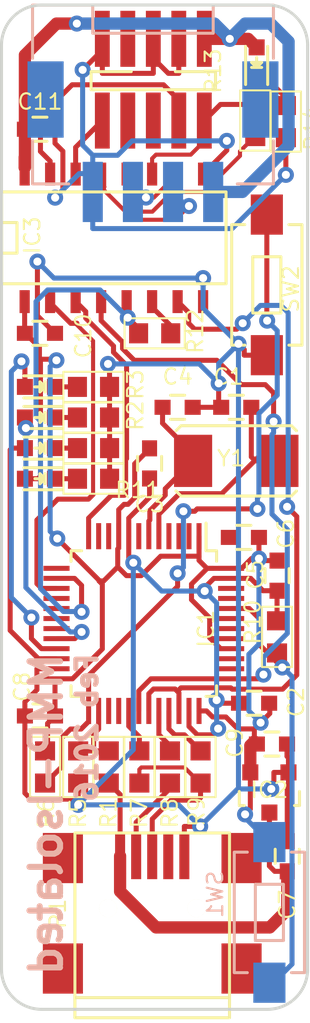
<source format=kicad_pcb>
(kicad_pcb (version 20171130) (host pcbnew "(5.1.12)-1")

  (general
    (thickness 1.6)
    (drawings 10)
    (tracks 573)
    (zones 0)
    (modules 39)
    (nets 59)
  )

  (page A4)
  (layers
    (0 F.Cu signal)
    (31 B.Cu signal)
    (32 B.Adhes user hide)
    (33 F.Adhes user hide)
    (34 B.Paste user hide)
    (35 F.Paste user hide)
    (36 B.SilkS user hide)
    (37 F.SilkS user hide)
    (38 B.Mask user hide)
    (39 F.Mask user hide)
    (40 Dwgs.User user hide)
    (41 Cmts.User user hide)
    (42 Eco1.User user hide)
    (43 Eco2.User user hide)
    (44 Edge.Cuts user)
    (45 Margin user hide)
    (46 B.CrtYd user hide)
    (47 F.CrtYd user hide)
    (48 B.Fab user hide)
    (49 F.Fab user hide)
  )

  (setup
    (last_trace_width 0.25)
    (user_trace_width 0.2032)
    (user_trace_width 0.6096)
    (trace_clearance 0.2)
    (zone_clearance 0.3048)
    (zone_45_only no)
    (trace_min 0.2)
    (via_size 0.8)
    (via_drill 0.4)
    (via_min_size 0.4)
    (via_min_drill 0.3)
    (user_via 0.8 0.4)
    (uvia_size 0.3)
    (uvia_drill 0.1)
    (uvias_allowed no)
    (uvia_min_size 0.2)
    (uvia_min_drill 0.1)
    (edge_width 0.15)
    (segment_width 0.2)
    (pcb_text_width 0.3)
    (pcb_text_size 1.5 1.5)
    (mod_edge_width 0.15)
    (mod_text_size 0.77216 0.77216)
    (mod_text_width 0.105)
    (pad_size 0.8 0.75)
    (pad_drill 0)
    (pad_to_mask_clearance 0.05)
    (aux_axis_origin 110.91164 142.2019)
    (grid_origin 110.91164 142.1511)
    (visible_elements 7FFFFF7F)
    (pcbplotparams
      (layerselection 0x010f0_80000001)
      (usegerberextensions true)
      (usegerberattributes true)
      (usegerberadvancedattributes true)
      (creategerberjobfile true)
      (excludeedgelayer true)
      (linewidth 0.100000)
      (plotframeref false)
      (viasonmask false)
      (mode 1)
      (useauxorigin true)
      (hpglpennumber 1)
      (hpglpenspeed 20)
      (hpglpendiameter 15.000000)
      (psnegative false)
      (psa4output false)
      (plotreference true)
      (plotvalue false)
      (plotinvisibletext false)
      (padsonsilk false)
      (subtractmaskfromsilk false)
      (outputformat 1)
      (mirror false)
      (drillshape 0)
      (scaleselection 1)
      (outputdirectory "Gerbers/"))
  )

  (net 0 "")
  (net 1 "Net-(C1-Pad1)")
  (net 2 GND)
  (net 3 +3V3)
  (net 4 "Net-(C4-Pad1)")
  (net 5 /Vbus)
  (net 6 GNDREF)
  (net 7 +3.3VP)
  (net 8 /LED0)
  (net 9 "Net-(D1-Pad1)")
  (net 10 /LED1)
  (net 11 "Net-(D2-Pad1)")
  (net 12 /LED2)
  (net 13 "Net-(D3-Pad1)")
  (net 14 "Net-(D4-Pad1)")
  (net 15 "Net-(D5-Pad1)")
  (net 16 "Net-(IC1-Pad2)")
  (net 17 "Net-(IC1-Pad3)")
  (net 18 "Net-(IC1-Pad4)")
  (net 19 "Net-(IC1-Pad10)")
  (net 20 "Net-(IC1-Pad11)")
  (net 21 /RST)
  (net 22 /TDI)
  (net 23 /SWDIO)
  (net 24 /SWCLK)
  (net 25 /SWO)
  (net 26 "Net-(IC1-Pad17)")
  (net 27 "Net-(IC1-Pad18)")
  (net 28 /PWR_BR)
  (net 29 "Net-(IC1-Pad25)")
  (net 30 "Net-(IC1-Pad26)")
  (net 31 "Net-(IC1-Pad27)")
  (net 32 "Net-(IC1-Pad28)")
  (net 33 "Net-(IC1-Pad29)")
  (net 34 "Net-(IC1-Pad32)")
  (net 35 "Net-(IC1-Pad33)")
  (net 36 "Net-(IC1-Pad38)")
  (net 37 "Net-(IC1-Pad39)")
  (net 38 "Net-(IC1-Pad42)")
  (net 39 "Net-(IC1-Pad43)")
  (net 40 "Net-(IC1-Pad44)")
  (net 41 "Net-(IC1-Pad45)")
  (net 42 "Net-(IC1-Pad46)")
  (net 43 "Net-(IC3-Pad14)")
  (net 44 "Net-(IC3-Pad12)")
  (net 45 "Net-(IC3-Pad11)")
  (net 46 "Net-(IC3-Pad6)")
  (net 47 "Net-(J1-Pad7)")
  (net 48 "Net-(P1-Pad2)")
  (net 49 "Net-(P1-Pad3)")
  (net 50 "Net-(IC3-Pad15)")
  (net 51 /Tx)
  (net 52 /Rx)
  (net 53 /H_RST)
  (net 54 /H_SWCLK)
  (net 55 /H_SWDIO)
  (net 56 "Net-(J1-Pad6)")
  (net 57 "Net-(J1-Pad8)")
  (net 58 "Net-(P1-Pad4)")

  (net_class Default "This is the default net class."
    (clearance 0.2)
    (trace_width 0.25)
    (via_dia 0.8)
    (via_drill 0.4)
    (uvia_dia 0.3)
    (uvia_drill 0.1)
    (add_net +3.3VP)
    (add_net +3V3)
    (add_net /H_RST)
    (add_net /H_SWCLK)
    (add_net /H_SWDIO)
    (add_net /LED0)
    (add_net /LED1)
    (add_net /LED2)
    (add_net /PWR_BR)
    (add_net /RST)
    (add_net /Rx)
    (add_net /SWCLK)
    (add_net /SWDIO)
    (add_net /SWO)
    (add_net /TDI)
    (add_net /Tx)
    (add_net /Vbus)
    (add_net GND)
    (add_net GNDREF)
    (add_net "Net-(C1-Pad1)")
    (add_net "Net-(C4-Pad1)")
    (add_net "Net-(D1-Pad1)")
    (add_net "Net-(D2-Pad1)")
    (add_net "Net-(D3-Pad1)")
    (add_net "Net-(D4-Pad1)")
    (add_net "Net-(D5-Pad1)")
    (add_net "Net-(IC1-Pad10)")
    (add_net "Net-(IC1-Pad11)")
    (add_net "Net-(IC1-Pad17)")
    (add_net "Net-(IC1-Pad18)")
    (add_net "Net-(IC1-Pad2)")
    (add_net "Net-(IC1-Pad25)")
    (add_net "Net-(IC1-Pad26)")
    (add_net "Net-(IC1-Pad27)")
    (add_net "Net-(IC1-Pad28)")
    (add_net "Net-(IC1-Pad29)")
    (add_net "Net-(IC1-Pad3)")
    (add_net "Net-(IC1-Pad32)")
    (add_net "Net-(IC1-Pad33)")
    (add_net "Net-(IC1-Pad38)")
    (add_net "Net-(IC1-Pad39)")
    (add_net "Net-(IC1-Pad4)")
    (add_net "Net-(IC1-Pad42)")
    (add_net "Net-(IC1-Pad43)")
    (add_net "Net-(IC1-Pad44)")
    (add_net "Net-(IC1-Pad45)")
    (add_net "Net-(IC1-Pad46)")
    (add_net "Net-(IC3-Pad11)")
    (add_net "Net-(IC3-Pad12)")
    (add_net "Net-(IC3-Pad14)")
    (add_net "Net-(IC3-Pad15)")
    (add_net "Net-(IC3-Pad6)")
    (add_net "Net-(J1-Pad6)")
    (add_net "Net-(J1-Pad7)")
    (add_net "Net-(J1-Pad8)")
    (add_net "Net-(P1-Pad2)")
    (add_net "Net-(P1-Pad3)")
    (add_net "Net-(P1-Pad4)")
  )

  (module Capacitors_SMD:C_0603 (layer F.Cu) (tedit 6530A327) (tstamp 563D47EA)
    (at 207.967 67.999 180)
    (descr "Capacitor SMD 0603, reflow soldering, AVX (see smccp.pdf)")
    (tags "capacitor 0603")
    (path /562D6CC4)
    (attr smd)
    (fp_text reference C6 (at -2.091 0.181 270) (layer F.SilkS)
      (effects (font (size 0.77216 0.77216) (thickness 0.105)))
    )
    (fp_text value 100n (at 0 1.9 180) (layer F.Fab)
      (effects (font (size 1 1) (thickness 0.15)))
    )
    (fp_line (start 0.35 0.6) (end -0.35 0.6) (layer F.SilkS) (width 0.15))
    (fp_line (start -0.35 -0.6) (end 0.35 -0.6) (layer F.SilkS) (width 0.15))
    (fp_line (start 1.45 -0.75) (end 1.45 0.75) (layer F.CrtYd) (width 0.05))
    (fp_line (start -1.45 -0.75) (end -1.45 0.75) (layer F.CrtYd) (width 0.05))
    (fp_line (start -1.45 0.75) (end 1.45 0.75) (layer F.CrtYd) (width 0.05))
    (fp_line (start -1.45 -0.75) (end 1.45 -0.75) (layer F.CrtYd) (width 0.05))
    (pad 1 smd rect (at -0.75 0 180) (size 0.8 0.75) (layers F.Cu F.Paste F.Mask)
      (net 3 +3V3))
    (pad 2 smd rect (at 0.75 0 180) (size 0.8 0.75) (layers F.Cu F.Paste F.Mask))
    (model Capacitors_SMD.3dshapes/C_0603.wrl
      (at (xyz 0 0 0))
      (scale (xyz 1 1 1))
      (rotate (xyz 0 0 0))
    )
  )

  (module SMD_Packages:SO-16-N (layer F.Cu) (tedit 0) (tstamp 563D4957)
    (at 201.49 53.086)
    (descr "Module CMS SOJ 16 pins large")
    (tags "CMS SOJ")
    (path /56303848)
    (attr smd)
    (fp_text reference IC3 (at -4.064 -0.127 90) (layer F.SilkS)
      (effects (font (size 0.77216 0.77216) (thickness 0.105)))
    )
    (fp_text value SI8662 (at 0 1.27) (layer F.Fab)
      (effects (font (size 1 1) (thickness 0.15)))
    )
    (fp_line (start -5.588 -2.286) (end 5.588 -2.286) (layer F.SilkS) (width 0.15))
    (fp_line (start -5.588 2.286) (end -5.588 -2.286) (layer F.SilkS) (width 0.15))
    (fp_line (start 5.588 2.286) (end -5.588 2.286) (layer F.SilkS) (width 0.15))
    (fp_line (start 5.588 -2.286) (end 5.588 2.286) (layer F.SilkS) (width 0.15))
    (fp_line (start -4.826 0.762) (end -5.588 0.762) (layer F.SilkS) (width 0.15))
    (fp_line (start -4.826 -0.762) (end -4.826 0.762) (layer F.SilkS) (width 0.15))
    (fp_line (start -5.588 -0.762) (end -4.826 -0.762) (layer F.SilkS) (width 0.15))
    (pad 16 smd rect (at -4.445 -3.175) (size 0.508 1.143) (layers F.Cu F.Paste F.Mask)
      (net 7 +3.3VP))
    (pad 14 smd rect (at -1.905 -3.175) (size 0.508 1.143) (layers F.Cu F.Paste F.Mask)
      (net 43 "Net-(IC3-Pad14)"))
    (pad 13 smd rect (at -0.635 -3.175) (size 0.508 1.143) (layers F.Cu F.Paste F.Mask)
      (net 51 /Tx))
    (pad 12 smd rect (at 0.635 -3.175) (size 0.508 1.143) (layers F.Cu F.Paste F.Mask)
      (net 44 "Net-(IC3-Pad12)"))
    (pad 11 smd rect (at 1.905 -3.175) (size 0.508 1.143) (layers F.Cu F.Paste F.Mask)
      (net 45 "Net-(IC3-Pad11)"))
    (pad 10 smd rect (at 3.175 -3.175) (size 0.508 1.143) (layers F.Cu F.Paste F.Mask)
      (net 52 /Rx))
    (pad 9 smd rect (at 4.445 -3.175) (size 0.508 1.143) (layers F.Cu F.Paste F.Mask)
      (net 6 GNDREF))
    (pad 8 smd rect (at 4.445 3.175) (size 0.508 1.143) (layers F.Cu F.Paste F.Mask)
      (net 2 GND))
    (pad 7 smd rect (at 3.175 3.175) (size 0.508 1.143) (layers F.Cu F.Paste F.Mask)
      (net 55 /H_SWDIO))
    (pad 6 smd rect (at 1.905 3.175) (size 0.508 1.143) (layers F.Cu F.Paste F.Mask)
      (net 46 "Net-(IC3-Pad6)"))
    (pad 5 smd rect (at 0.635 3.175) (size 0.508 1.143) (layers F.Cu F.Paste F.Mask)
      (net 23 /SWDIO))
    (pad 4 smd rect (at -0.635 3.175) (size 0.508 1.143) (layers F.Cu F.Paste F.Mask)
      (net 54 /H_SWCLK))
    (pad 3 smd rect (at -1.905 3.175) (size 0.508 1.143) (layers F.Cu F.Paste F.Mask)
      (net 21 /RST))
    (pad 2 smd rect (at -3.175 3.175) (size 0.508 1.143) (layers F.Cu F.Paste F.Mask)
      (net 24 /SWCLK))
    (pad 1 smd rect (at -4.445 3.175) (size 0.508 1.143) (layers F.Cu F.Paste F.Mask)
      (net 3 +3V3))
    (pad 15 smd rect (at -3.175 -3.175) (size 0.508 1.143) (layers F.Cu F.Paste F.Mask)
      (net 50 "Net-(IC3-Pad15)"))
    (model SMD_Packages.3dshapes/SO-16-N.wrl
      (at (xyz 0 0 0))
      (scale (xyz 0.5 0.4 0.5))
      (rotate (xyz 0 0 0))
    )
  )

  (module passives-7351:C0603-N (layer F.Cu) (tedit 5649050C) (tstamp 56490D75)
    (at 208.534 47.244 90)
    (path /562EA203)
    (fp_text reference R13 (at 1.27 -1.651 90) (layer F.SilkS)
      (effects (font (size 0.77216 0.77216) (thickness 0.105)) (justify left bottom))
    )
    (fp_text value 4.7k (at 0 0 90) (layer F.SilkS) hide
      (effects (font (size 1.524 1.524) (thickness 0.15)))
    )
    (fp_line (start 1.5 0.75) (end 1.5 -0.75) (layer F.SilkS) (width 0.1))
    (fp_line (start -1.5 0.75) (end 1.5 0.75) (layer F.SilkS) (width 0.1))
    (fp_line (start -1.5 -0.75) (end -1.5 0.75) (layer F.SilkS) (width 0.1))
    (fp_line (start 1.5 -0.75) (end -1.5 -0.75) (layer F.SilkS) (width 0.1))
    (fp_poly (pts (xy -0.8 0.405) (xy 0.8 0.405) (xy 0.8 -0.405) (xy -0.8 -0.405)) (layer Dwgs.User) (width 0))
    (pad 1 smd rect (at -0.8 0 90) (size 0.95 1) (layers F.Cu F.Paste F.Mask)
      (net 44 "Net-(IC3-Pad12)"))
    (pad 2 smd rect (at 0.8 0 90) (size 0.95 1) (layers F.Cu F.Paste F.Mask)
      (net 45 "Net-(IC3-Pad11)"))
  )

  (module Capacitors_SMD:C_0603 (layer F.Cu) (tedit 56490566) (tstamp 563D47D2)
    (at 204.665 61.522)
    (descr "Capacitor SMD 0603, reflow soldering, AVX (see smccp.pdf)")
    (tags "capacitor 0603")
    (path /562DE174)
    (attr smd)
    (fp_text reference C4 (at 0 -1.524) (layer F.SilkS)
      (effects (font (size 0.77216 0.77216) (thickness 0.105)))
    )
    (fp_text value C_Small (at 0 1.9) (layer F.Fab)
      (effects (font (size 1 1) (thickness 0.15)))
    )
    (fp_line (start 0.35 0.6) (end -0.35 0.6) (layer F.SilkS) (width 0.15))
    (fp_line (start -0.35 -0.6) (end 0.35 -0.6) (layer F.SilkS) (width 0.15))
    (fp_line (start 1.45 -0.75) (end 1.45 0.75) (layer F.CrtYd) (width 0.05))
    (fp_line (start -1.45 -0.75) (end -1.45 0.75) (layer F.CrtYd) (width 0.05))
    (fp_line (start -1.45 0.75) (end 1.45 0.75) (layer F.CrtYd) (width 0.05))
    (fp_line (start -1.45 -0.75) (end 1.45 -0.75) (layer F.CrtYd) (width 0.05))
    (pad 1 smd rect (at -0.75 0) (size 0.8 0.75) (layers F.Cu F.Paste F.Mask)
      (net 4 "Net-(C4-Pad1)"))
    (pad 2 smd rect (at 0.75 0) (size 0.8 0.75) (layers F.Cu F.Paste F.Mask)
      (net 2 GND))
    (model Capacitors_SMD.3dshapes/C_0603.wrl
      (at (xyz 0 0 0))
      (scale (xyz 1 1 1))
      (rotate (xyz 0 0 0))
    )
  )

  (module Capacitors_SMD:C_0603 (layer F.Cu) (tedit 5415D631) (tstamp 563D47C6)
    (at 203.268 64.316 270)
    (descr "Capacitor SMD 0603, reflow soldering, AVX (see smccp.pdf)")
    (tags "capacitor 0603")
    (path /562D6D8D)
    (attr smd)
    (fp_text reference C3 (at 2.032 0) (layer F.SilkS)
      (effects (font (size 0.77216 0.77216) (thickness 0.105)))
    )
    (fp_text value 100n (at 0 1.9 270) (layer F.Fab)
      (effects (font (size 1 1) (thickness 0.15)))
    )
    (fp_line (start 0.35 0.6) (end -0.35 0.6) (layer F.SilkS) (width 0.15))
    (fp_line (start -0.35 -0.6) (end 0.35 -0.6) (layer F.SilkS) (width 0.15))
    (fp_line (start 1.45 -0.75) (end 1.45 0.75) (layer F.CrtYd) (width 0.05))
    (fp_line (start -1.45 -0.75) (end -1.45 0.75) (layer F.CrtYd) (width 0.05))
    (fp_line (start -1.45 0.75) (end 1.45 0.75) (layer F.CrtYd) (width 0.05))
    (fp_line (start -1.45 -0.75) (end 1.45 -0.75) (layer F.CrtYd) (width 0.05))
    (pad 1 smd rect (at -0.75 0 270) (size 0.8 0.75) (layers F.Cu F.Paste F.Mask)
      (net 3 +3V3))
    (pad 2 smd rect (at 0.75 0 270) (size 0.8 0.75) (layers F.Cu F.Paste F.Mask)
      (net 2 GND))
    (model Capacitors_SMD.3dshapes/C_0603.wrl
      (at (xyz 0 0 0))
      (scale (xyz 1 1 1))
      (rotate (xyz 0 0 0))
    )
  )

  (module ABM7:ABM7 (layer F.Cu) (tedit 5) (tstamp 56490900)
    (at 207.586 64.189 180)
    (path /562DDEB4)
    (fp_text reference Y1 (at 0.25 0.127 180) (layer F.SilkS)
      (effects (font (size 0.77216 0.77216) (thickness 0.105)))
    )
    (fp_text value Crystal_Small (at 0 -2.5 180) (layer F.Fab)
      (effects (font (size 1 1) (thickness 0.15)))
    )
    (fp_line (start 0 -1.75) (end 2.75 -1.75) (layer F.SilkS) (width 0.15))
    (fp_line (start 2.75 -1.75) (end 3 -1.5) (layer F.SilkS) (width 0.15))
    (fp_line (start 0 -1.75) (end -2.75 -1.75) (layer F.SilkS) (width 0.15))
    (fp_line (start -2.75 -1.75) (end -3 -1.5) (layer F.SilkS) (width 0.15))
    (fp_line (start -3 1.5) (end -2.75 1.75) (layer F.SilkS) (width 0.15))
    (fp_line (start -2.75 1.75) (end 2.75 1.75) (layer F.SilkS) (width 0.15))
    (fp_line (start 2.75 1.75) (end 3 1.5) (layer F.SilkS) (width 0.15))
    (pad 1 smd rect (at -2.15 0 180) (size 1.9 2.6) (layers F.Cu F.Paste F.Mask)
      (net 1 "Net-(C1-Pad1)"))
    (pad 2 smd rect (at 2.15 0 180) (size 1.9 2.6) (layers F.Cu F.Paste F.Mask)
      (net 4 "Net-(C4-Pad1)"))
  )

  (module Housings_QFP:LQFP-48_7x7mm_Pitch0.5mm (layer F.Cu) (tedit 54130A77) (tstamp 563D4921)
    (at 202.982 72.289 270)
    (descr "48 LEAD LQFP 7x7mm (see MICREL LQFP7x7-48LD-PL-1.pdf)")
    (tags "QFP 0.5")
    (path /562D4D29)
    (attr smd)
    (fp_text reference IC1 (at 0.254 -3.094 270) (layer F.SilkS)
      (effects (font (size 0.77216 0.77216) (thickness 0.105)))
    )
    (fp_text value STM32F103C (at 0 6 270) (layer F.Fab)
      (effects (font (size 1 1) (thickness 0.15)))
    )
    (fp_line (start -3.625 -3.1) (end -5 -3.1) (layer F.SilkS) (width 0.15))
    (fp_line (start 3.625 -3.625) (end 3.1 -3.625) (layer F.SilkS) (width 0.15))
    (fp_line (start 3.625 3.625) (end 3.1 3.625) (layer F.SilkS) (width 0.15))
    (fp_line (start -3.625 3.625) (end -3.1 3.625) (layer F.SilkS) (width 0.15))
    (fp_line (start -3.625 -3.625) (end -3.1 -3.625) (layer F.SilkS) (width 0.15))
    (fp_line (start -3.625 3.625) (end -3.625 3.1) (layer F.SilkS) (width 0.15))
    (fp_line (start 3.625 3.625) (end 3.625 3.1) (layer F.SilkS) (width 0.15))
    (fp_line (start 3.625 -3.625) (end 3.625 -3.1) (layer F.SilkS) (width 0.15))
    (fp_line (start -3.625 -3.625) (end -3.625 -3.1) (layer F.SilkS) (width 0.15))
    (fp_line (start -5.25 5.25) (end 5.25 5.25) (layer F.CrtYd) (width 0.05))
    (fp_line (start -5.25 -5.25) (end 5.25 -5.25) (layer F.CrtYd) (width 0.05))
    (fp_line (start 5.25 -5.25) (end 5.25 5.25) (layer F.CrtYd) (width 0.05))
    (fp_line (start -5.25 -5.25) (end -5.25 5.25) (layer F.CrtYd) (width 0.05))
    (pad 1 smd rect (at -4.35 -2.75 270) (size 1.3 0.25) (layers F.Cu F.Paste F.Mask)
      (net 3 +3V3))
    (pad 2 smd rect (at -4.35 -2.25 270) (size 1.3 0.25) (layers F.Cu F.Paste F.Mask)
      (net 16 "Net-(IC1-Pad2)"))
    (pad 3 smd rect (at -4.35 -1.75 270) (size 1.3 0.25) (layers F.Cu F.Paste F.Mask)
      (net 17 "Net-(IC1-Pad3)"))
    (pad 4 smd rect (at -4.35 -1.25 270) (size 1.3 0.25) (layers F.Cu F.Paste F.Mask)
      (net 18 "Net-(IC1-Pad4)"))
    (pad 5 smd rect (at -4.35 -0.75 270) (size 1.3 0.25) (layers F.Cu F.Paste F.Mask)
      (net 1 "Net-(C1-Pad1)"))
    (pad 6 smd rect (at -4.35 -0.25 270) (size 1.3 0.25) (layers F.Cu F.Paste F.Mask)
      (net 4 "Net-(C4-Pad1)"))
    (pad 7 smd rect (at -4.35 0.25 270) (size 1.3 0.25) (layers F.Cu F.Paste F.Mask)
      (net 53 /H_RST))
    (pad 8 smd rect (at -4.35 0.75 270) (size 1.3 0.25) (layers F.Cu F.Paste F.Mask)
      (net 2 GND))
    (pad 9 smd rect (at -4.35 1.25 270) (size 1.3 0.25) (layers F.Cu F.Paste F.Mask)
      (net 3 +3V3))
    (pad 10 smd rect (at -4.35 1.75 270) (size 1.3 0.25) (layers F.Cu F.Paste F.Mask)
      (net 19 "Net-(IC1-Pad10)"))
    (pad 11 smd rect (at -4.35 2.25 270) (size 1.3 0.25) (layers F.Cu F.Paste F.Mask)
      (net 20 "Net-(IC1-Pad11)"))
    (pad 12 smd rect (at -4.35 2.75 270) (size 1.3 0.25) (layers F.Cu F.Paste F.Mask)
      (net 21 /RST))
    (pad 13 smd rect (at -2.75 4.35) (size 1.3 0.25) (layers F.Cu F.Paste F.Mask)
      (net 22 /TDI))
    (pad 14 smd rect (at -2.25 4.35) (size 1.3 0.25) (layers F.Cu F.Paste F.Mask)
      (net 23 /SWDIO))
    (pad 15 smd rect (at -1.75 4.35) (size 1.3 0.25) (layers F.Cu F.Paste F.Mask)
      (net 24 /SWCLK))
    (pad 16 smd rect (at -1.25 4.35) (size 1.3 0.25) (layers F.Cu F.Paste F.Mask)
      (net 25 /SWO))
    (pad 17 smd rect (at -0.75 4.35) (size 1.3 0.25) (layers F.Cu F.Paste F.Mask)
      (net 26 "Net-(IC1-Pad17)"))
    (pad 18 smd rect (at -0.25 4.35) (size 1.3 0.25) (layers F.Cu F.Paste F.Mask)
      (net 27 "Net-(IC1-Pad18)"))
    (pad 19 smd rect (at 0.25 4.35) (size 1.3 0.25) (layers F.Cu F.Paste F.Mask)
      (net 28 /PWR_BR))
    (pad 20 smd rect (at 0.75 4.35) (size 1.3 0.25) (layers F.Cu F.Paste F.Mask)
      (net 8 /LED0))
    (pad 21 smd rect (at 1.25 4.35) (size 1.3 0.25) (layers F.Cu F.Paste F.Mask)
      (net 10 /LED1))
    (pad 22 smd rect (at 1.75 4.35) (size 1.3 0.25) (layers F.Cu F.Paste F.Mask)
      (net 12 /LED2))
    (pad 23 smd rect (at 2.25 4.35) (size 1.3 0.25) (layers F.Cu F.Paste F.Mask)
      (net 2 GND))
    (pad 24 smd rect (at 2.75 4.35) (size 1.3 0.25) (layers F.Cu F.Paste F.Mask)
      (net 3 +3V3))
    (pad 25 smd rect (at 4.35 2.75 270) (size 1.3 0.25) (layers F.Cu F.Paste F.Mask)
      (net 29 "Net-(IC1-Pad25)"))
    (pad 26 smd rect (at 4.35 2.25 270) (size 1.3 0.25) (layers F.Cu F.Paste F.Mask)
      (net 30 "Net-(IC1-Pad26)"))
    (pad 27 smd rect (at 4.35 1.75 270) (size 1.3 0.25) (layers F.Cu F.Paste F.Mask)
      (net 31 "Net-(IC1-Pad27)"))
    (pad 28 smd rect (at 4.35 1.25 270) (size 1.3 0.25) (layers F.Cu F.Paste F.Mask)
      (net 32 "Net-(IC1-Pad28)"))
    (pad 29 smd rect (at 4.35 0.75 270) (size 1.3 0.25) (layers F.Cu F.Paste F.Mask)
      (net 33 "Net-(IC1-Pad29)"))
    (pad 30 smd rect (at 4.35 0.25 270) (size 1.3 0.25) (layers F.Cu F.Paste F.Mask)
      (net 54 /H_SWCLK))
    (pad 31 smd rect (at 4.35 -0.25 270) (size 1.3 0.25) (layers F.Cu F.Paste F.Mask)
      (net 55 /H_SWDIO))
    (pad 32 smd rect (at 4.35 -0.75 270) (size 1.3 0.25) (layers F.Cu F.Paste F.Mask)
      (net 34 "Net-(IC1-Pad32)"))
    (pad 33 smd rect (at 4.35 -1.25 270) (size 1.3 0.25) (layers F.Cu F.Paste F.Mask)
      (net 35 "Net-(IC1-Pad33)"))
    (pad 34 smd rect (at 4.35 -1.75 270) (size 1.3 0.25) (layers F.Cu F.Paste F.Mask)
      (net 55 /H_SWDIO))
    (pad 35 smd rect (at 4.35 -2.25 270) (size 1.3 0.25) (layers F.Cu F.Paste F.Mask)
      (net 2 GND))
    (pad 36 smd rect (at 4.35 -2.75 270) (size 1.3 0.25) (layers F.Cu F.Paste F.Mask)
      (net 3 +3V3))
    (pad 37 smd rect (at 2.75 -4.35) (size 1.3 0.25) (layers F.Cu F.Paste F.Mask)
      (net 54 /H_SWCLK))
    (pad 38 smd rect (at 2.25 -4.35) (size 1.3 0.25) (layers F.Cu F.Paste F.Mask)
      (net 36 "Net-(IC1-Pad38)"))
    (pad 39 smd rect (at 1.75 -4.35) (size 1.3 0.25) (layers F.Cu F.Paste F.Mask)
      (net 37 "Net-(IC1-Pad39)"))
    (pad 40 smd rect (at 1.25 -4.35) (size 1.3 0.25) (layers F.Cu F.Paste F.Mask)
      (net 3 +3V3))
    (pad 41 smd rect (at 0.75 -4.35) (size 1.3 0.25) (layers F.Cu F.Paste F.Mask)
      (net 3 +3V3))
    (pad 42 smd rect (at 0.25 -4.35) (size 1.3 0.25) (layers F.Cu F.Paste F.Mask)
      (net 38 "Net-(IC1-Pad42)"))
    (pad 43 smd rect (at -0.25 -4.35) (size 1.3 0.25) (layers F.Cu F.Paste F.Mask)
      (net 39 "Net-(IC1-Pad43)"))
    (pad 44 smd rect (at -0.75 -4.35) (size 1.3 0.25) (layers F.Cu F.Paste F.Mask)
      (net 40 "Net-(IC1-Pad44)"))
    (pad 45 smd rect (at -1.25 -4.35) (size 1.3 0.25) (layers F.Cu F.Paste F.Mask)
      (net 41 "Net-(IC1-Pad45)"))
    (pad 46 smd rect (at -1.75 -4.35) (size 1.3 0.25) (layers F.Cu F.Paste F.Mask)
      (net 42 "Net-(IC1-Pad46)"))
    (pad 47 smd rect (at -2.25 -4.35) (size 1.3 0.25) (layers F.Cu F.Paste F.Mask)
      (net 2 GND))
    (pad 48 smd rect (at -2.75 -4.35) (size 1.3 0.25) (layers F.Cu F.Paste F.Mask)
      (net 3 +3V3))
    (model Housings_QFP.3dshapes/LQFP-48_7x7mm_Pitch0.5mm.wrl
      (at (xyz 0 0 0))
      (scale (xyz 1 1 1))
      (rotate (xyz 0 0 0))
    )
  )

  (module Capacitors_SMD:C_0603 (layer F.Cu) (tedit 5649059B) (tstamp 563D480E)
    (at 209.364 78.286)
    (descr "Capacitor SMD 0603, reflow soldering, AVX (see smccp.pdf)")
    (tags "capacitor 0603")
    (path /562D5189)
    (attr smd)
    (fp_text reference C9 (at -1.846 -0.054 90) (layer F.SilkS)
      (effects (font (size 0.77216 0.77216) (thickness 0.105)))
    )
    (fp_text value 4.7u (at 0 1.9) (layer F.Fab)
      (effects (font (size 1 1) (thickness 0.15)))
    )
    (fp_line (start 0.35 0.6) (end -0.35 0.6) (layer F.SilkS) (width 0.15))
    (fp_line (start -0.35 -0.6) (end 0.35 -0.6) (layer F.SilkS) (width 0.15))
    (fp_line (start 1.45 -0.75) (end 1.45 0.75) (layer F.CrtYd) (width 0.05))
    (fp_line (start -1.45 -0.75) (end -1.45 0.75) (layer F.CrtYd) (width 0.05))
    (fp_line (start -1.45 0.75) (end 1.45 0.75) (layer F.CrtYd) (width 0.05))
    (fp_line (start -1.45 -0.75) (end 1.45 -0.75) (layer F.CrtYd) (width 0.05))
    (pad 1 smd rect (at -0.75 0) (size 0.8 0.75) (layers F.Cu F.Paste F.Mask)
      (net 3 +3V3))
    (pad 2 smd rect (at 0.75 0) (size 0.8 0.75) (layers F.Cu F.Paste F.Mask)
      (net 2 GND))
    (model Capacitors_SMD.3dshapes/C_0603.wrl
      (at (xyz 0 0 0))
      (scale (xyz 1 1 1))
      (rotate (xyz 0 0 0))
    )
  )

  (module LEDs:LED-0603 (layer F.Cu) (tedit 563E138C) (tstamp 563D48BE)
    (at 197.807 65.078 180)
    (descr "LED 0603 smd package")
    (tags "LED led 0603 SMD smd SMT smt smdled SMDLED smtled SMTLED")
    (path /562ED65A)
    (attr smd)
    (fp_text reference D4 (at 2.21 0.096 180) (layer F.SilkS) hide
      (effects (font (size 0.77216 0.77216) (thickness 0.105)))
    )
    (fp_text value LED (at 0 1.5 180) (layer F.Fab)
      (effects (font (size 1 1) (thickness 0.15)))
    )
    (fp_line (start -1.4 -0.75) (end 1.4 -0.75) (layer F.CrtYd) (width 0.05))
    (fp_line (start -1.4 0.75) (end -1.4 -0.75) (layer F.CrtYd) (width 0.05))
    (fp_line (start 1.4 0.75) (end -1.4 0.75) (layer F.CrtYd) (width 0.05))
    (fp_line (start 1.4 -0.75) (end 1.4 0.75) (layer F.CrtYd) (width 0.05))
    (fp_line (start 0 0.25) (end -0.25 0) (layer F.SilkS) (width 0.15))
    (fp_line (start 0 -0.25) (end 0 0.25) (layer F.SilkS) (width 0.15))
    (fp_line (start -0.25 0) (end 0 -0.25) (layer F.SilkS) (width 0.15))
    (fp_line (start -0.25 -0.25) (end -0.25 0.25) (layer F.SilkS) (width 0.15))
    (fp_line (start -0.2 0) (end 0.25 0) (layer F.SilkS) (width 0.15))
    (fp_line (start -1.1 -0.55) (end 0.8 -0.55) (layer F.SilkS) (width 0.15))
    (fp_line (start -1.1 0.55) (end 0.8 0.55) (layer F.SilkS) (width 0.15))
    (pad 2 smd rect (at 0.7493 0) (size 0.79756 0.79756) (layers F.Cu F.Paste F.Mask)
      (net 3 +3V3))
    (pad 1 smd rect (at -0.7493 0) (size 0.79756 0.79756) (layers F.Cu F.Paste F.Mask)
      (net 14 "Net-(D4-Pad1)"))
  )

  (module Connect:USB_Mini-B (layer F.Cu) (tedit 0) (tstamp 563D49AD)
    (at 203.4 87.3132 90)
    (descr "USB Mini-B 5-pin SMD connector")
    (tags "USB USB_B USB_Mini connector")
    (path /562D4DE4)
    (attr smd)
    (fp_text reference P1 (at 0.572 -4.699 90) (layer F.SilkS)
      (effects (font (size 0.77216 0.77216) (thickness 0.105)))
    )
    (fp_text value USB_B (at 0 -7.0993 90) (layer F.Fab)
      (effects (font (size 1 1) (thickness 0.15)))
    )
    (fp_line (start 4.59994 -3.85064) (end -4.59994 -3.85064) (layer F.SilkS) (width 0.15))
    (fp_line (start 4.59994 3.85064) (end 4.59994 -3.85064) (layer F.SilkS) (width 0.15))
    (fp_line (start -4.59994 3.85064) (end 4.59994 3.85064) (layer F.SilkS) (width 0.15))
    (fp_line (start -4.59994 -3.85064) (end -4.59994 3.85064) (layer F.SilkS) (width 0.15))
    (fp_line (start -3.59918 -3.85064) (end -3.59918 3.85064) (layer F.SilkS) (width 0.15))
    (fp_line (start -4.85 5.7) (end -4.85 -5.7) (layer F.CrtYd) (width 0.05))
    (fp_line (start 4.85 5.7) (end -4.85 5.7) (layer F.CrtYd) (width 0.05))
    (fp_line (start 4.85 -5.7) (end 4.85 5.7) (layer F.CrtYd) (width 0.05))
    (fp_line (start -4.85 -5.7) (end 4.85 -5.7) (layer F.CrtYd) (width 0.05))
    (pad 1 smd rect (at 3.44932 -1.6002 90) (size 2.30124 0.50038) (layers F.Cu F.Paste F.Mask)
      (net 5 /Vbus))
    (pad 2 smd rect (at 3.44932 -0.8001 90) (size 2.30124 0.50038) (layers F.Cu F.Paste F.Mask)
      (net 48 "Net-(P1-Pad2)"))
    (pad 3 smd rect (at 3.44932 0 90) (size 2.30124 0.50038) (layers F.Cu F.Paste F.Mask)
      (net 49 "Net-(P1-Pad3)"))
    (pad 4 smd rect (at 3.44932 0.8001 90) (size 2.30124 0.50038) (layers F.Cu F.Paste F.Mask)
      (net 58 "Net-(P1-Pad4)"))
    (pad 5 smd rect (at 3.44932 1.6002 90) (size 2.30124 0.50038) (layers F.Cu F.Paste F.Mask)
      (net 2 GND))
    (pad 6 smd rect (at 3.35026 -4.45008 90) (size 2.49936 1.99898) (layers F.Cu F.Paste F.Mask))
    (pad 6 smd rect (at -2.14884 -4.45008 90) (size 2.49936 1.99898) (layers F.Cu F.Paste F.Mask))
    (pad 6 smd rect (at 3.35026 4.45008 90) (size 2.49936 1.99898) (layers F.Cu F.Paste F.Mask))
    (pad 6 smd rect (at -2.14884 4.45008 90) (size 2.49936 1.99898) (layers F.Cu F.Paste F.Mask))
    (pad "" np_thru_hole circle (at 0.8509 -2.19964 90) (size 0.89916 0.89916) (drill 0.89916) (layers *.Cu *.Mask F.SilkS))
    (pad "" np_thru_hole circle (at 0.8509 2.19964 90) (size 0.89916 0.89916) (drill 0.89916) (layers *.Cu *.Mask F.SilkS))
  )

  (module Capacitors_SMD:C_0603 (layer F.Cu) (tedit 5649056B) (tstamp 563D47AE)
    (at 207.586 61.522 180)
    (descr "Capacitor SMD 0603, reflow soldering, AVX (see smccp.pdf)")
    (tags "capacitor 0603")
    (path /562DDFF0)
    (attr smd)
    (fp_text reference C1 (at 0.381 1.524 180) (layer F.SilkS)
      (effects (font (size 0.77216 0.77216) (thickness 0.105)))
    )
    (fp_text value C_Small (at 0 1.9 180) (layer F.Fab)
      (effects (font (size 1 1) (thickness 0.15)))
    )
    (fp_line (start 0.35 0.6) (end -0.35 0.6) (layer F.SilkS) (width 0.15))
    (fp_line (start -0.35 -0.6) (end 0.35 -0.6) (layer F.SilkS) (width 0.15))
    (fp_line (start 1.45 -0.75) (end 1.45 0.75) (layer F.CrtYd) (width 0.05))
    (fp_line (start -1.45 -0.75) (end -1.45 0.75) (layer F.CrtYd) (width 0.05))
    (fp_line (start -1.45 0.75) (end 1.45 0.75) (layer F.CrtYd) (width 0.05))
    (fp_line (start -1.45 -0.75) (end 1.45 -0.75) (layer F.CrtYd) (width 0.05))
    (pad 1 smd rect (at -0.75 0 180) (size 0.8 0.75) (layers F.Cu F.Paste F.Mask)
      (net 1 "Net-(C1-Pad1)"))
    (pad 2 smd rect (at 0.75 0 180) (size 0.8 0.75) (layers F.Cu F.Paste F.Mask)
      (net 2 GND))
    (model Capacitors_SMD.3dshapes/C_0603.wrl
      (at (xyz 0 0 0))
      (scale (xyz 1 1 1))
      (rotate (xyz 0 0 0))
    )
  )

  (module Capacitors_SMD:C_0603 (layer F.Cu) (tedit 5649059F) (tstamp 563D47BA)
    (at 208.475 76.254 180)
    (descr "Capacitor SMD 0603, reflow soldering, AVX (see smccp.pdf)")
    (tags "capacitor 0603")
    (path /562D6DCF)
    (attr smd)
    (fp_text reference C2 (at -2.091 0.054 90) (layer F.SilkS)
      (effects (font (size 0.77216 0.77216) (thickness 0.105)))
    )
    (fp_text value 100n (at 0 1.9 180) (layer F.Fab)
      (effects (font (size 1 1) (thickness 0.15)))
    )
    (fp_line (start 0.35 0.6) (end -0.35 0.6) (layer F.SilkS) (width 0.15))
    (fp_line (start -0.35 -0.6) (end 0.35 -0.6) (layer F.SilkS) (width 0.15))
    (fp_line (start 1.45 -0.75) (end 1.45 0.75) (layer F.CrtYd) (width 0.05))
    (fp_line (start -1.45 -0.75) (end -1.45 0.75) (layer F.CrtYd) (width 0.05))
    (fp_line (start -1.45 0.75) (end 1.45 0.75) (layer F.CrtYd) (width 0.05))
    (fp_line (start -1.45 -0.75) (end 1.45 -0.75) (layer F.CrtYd) (width 0.05))
    (pad 1 smd rect (at -0.75 0 180) (size 0.8 0.75) (layers F.Cu F.Paste F.Mask)
      (net 3 +3V3))
    (pad 2 smd rect (at 0.75 0 180) (size 0.8 0.75) (layers F.Cu F.Paste F.Mask)
      (net 2 GND))
    (model Capacitors_SMD.3dshapes/C_0603.wrl
      (at (xyz 0 0 0))
      (scale (xyz 1 1 1))
      (rotate (xyz 0 0 0))
    )
  )

  (module Capacitors_SMD:C_0603 (layer F.Cu) (tedit 564905B7) (tstamp 563D47DE)
    (at 209.618 69.904 270)
    (descr "Capacitor SMD 0603, reflow soldering, AVX (see smccp.pdf)")
    (tags "capacitor 0603")
    (path /562D6D00)
    (attr smd)
    (fp_text reference C5 (at -0.054 1.084 270) (layer F.SilkS)
      (effects (font (size 0.77216 0.77216) (thickness 0.105)))
    )
    (fp_text value 100n (at 0 1.9 270) (layer F.Fab)
      (effects (font (size 1 1) (thickness 0.15)))
    )
    (fp_line (start 0.35 0.6) (end -0.35 0.6) (layer F.SilkS) (width 0.15))
    (fp_line (start -0.35 -0.6) (end 0.35 -0.6) (layer F.SilkS) (width 0.15))
    (fp_line (start 1.45 -0.75) (end 1.45 0.75) (layer F.CrtYd) (width 0.05))
    (fp_line (start -1.45 -0.75) (end -1.45 0.75) (layer F.CrtYd) (width 0.05))
    (fp_line (start -1.45 0.75) (end 1.45 0.75) (layer F.CrtYd) (width 0.05))
    (fp_line (start -1.45 -0.75) (end 1.45 -0.75) (layer F.CrtYd) (width 0.05))
    (pad 1 smd rect (at -0.75 0 270) (size 0.8 0.75) (layers F.Cu F.Paste F.Mask)
      (net 3 +3V3))
    (pad 2 smd rect (at 0.75 0 270) (size 0.8 0.75) (layers F.Cu F.Paste F.Mask)
      (net 2 GND))
    (model Capacitors_SMD.3dshapes/C_0603.wrl
      (at (xyz 0 0 0))
      (scale (xyz 1 1 1))
      (rotate (xyz 0 0 0))
    )
  )

  (module Capacitors_SMD:C_0603 (layer F.Cu) (tedit 5415D631) (tstamp 563D47F6)
    (at 210.126 83.874 90)
    (descr "Capacitor SMD 0603, reflow soldering, AVX (see smccp.pdf)")
    (tags "capacitor 0603")
    (path /562D5148)
    (attr smd)
    (fp_text reference C7 (at -2.413 0 90) (layer F.SilkS)
      (effects (font (size 0.77216 0.77216) (thickness 0.105)))
    )
    (fp_text value 4.7u (at 0 1.9 90) (layer F.Fab)
      (effects (font (size 1 1) (thickness 0.15)))
    )
    (fp_line (start 0.35 0.6) (end -0.35 0.6) (layer F.SilkS) (width 0.15))
    (fp_line (start -0.35 -0.6) (end 0.35 -0.6) (layer F.SilkS) (width 0.15))
    (fp_line (start 1.45 -0.75) (end 1.45 0.75) (layer F.CrtYd) (width 0.05))
    (fp_line (start -1.45 -0.75) (end -1.45 0.75) (layer F.CrtYd) (width 0.05))
    (fp_line (start -1.45 0.75) (end 1.45 0.75) (layer F.CrtYd) (width 0.05))
    (fp_line (start -1.45 -0.75) (end 1.45 -0.75) (layer F.CrtYd) (width 0.05))
    (pad 1 smd rect (at -0.75 0 90) (size 0.8 0.75) (layers F.Cu F.Paste F.Mask)
      (net 5 /Vbus))
    (pad 2 smd rect (at 0.75 0 90) (size 0.8 0.75) (layers F.Cu F.Paste F.Mask)
      (net 2 GND))
    (model Capacitors_SMD.3dshapes/C_0603.wrl
      (at (xyz 0 0 0))
      (scale (xyz 1 1 1))
      (rotate (xyz 0 0 0))
    )
  )

  (module Capacitors_SMD:C_0603 (layer F.Cu) (tedit 564905A6) (tstamp 563D4802)
    (at 197.807 76.889 180)
    (descr "Capacitor SMD 0603, reflow soldering, AVX (see smccp.pdf)")
    (tags "capacitor 0603")
    (path /562D67C7)
    (attr smd)
    (fp_text reference C8 (at 0.889 1.451 270) (layer F.SilkS)
      (effects (font (size 0.77216 0.77216) (thickness 0.105)))
    )
    (fp_text value 1u (at 0 1.9 180) (layer F.Fab)
      (effects (font (size 1 1) (thickness 0.15)))
    )
    (fp_line (start 0.35 0.6) (end -0.35 0.6) (layer F.SilkS) (width 0.15))
    (fp_line (start -0.35 -0.6) (end 0.35 -0.6) (layer F.SilkS) (width 0.15))
    (fp_line (start 1.45 -0.75) (end 1.45 0.75) (layer F.CrtYd) (width 0.05))
    (fp_line (start -1.45 -0.75) (end -1.45 0.75) (layer F.CrtYd) (width 0.05))
    (fp_line (start -1.45 0.75) (end 1.45 0.75) (layer F.CrtYd) (width 0.05))
    (fp_line (start -1.45 -0.75) (end 1.45 -0.75) (layer F.CrtYd) (width 0.05))
    (pad 1 smd rect (at -0.75 0 180) (size 0.8 0.75) (layers F.Cu F.Paste F.Mask)
      (net 3 +3V3))
    (pad 2 smd rect (at 0.75 0 180) (size 0.8 0.75) (layers F.Cu F.Paste F.Mask)
      (net 2 GND))
    (model Capacitors_SMD.3dshapes/C_0603.wrl
      (at (xyz 0 0 0))
      (scale (xyz 1 1 1))
      (rotate (xyz 0 0 0))
    )
  )

  (module Capacitors_SMD:C_0603 (layer F.Cu) (tedit 56490572) (tstamp 563D486E)
    (at 197.807 57.839)
    (descr "Capacitor SMD 0603, reflow soldering, AVX (see smccp.pdf)")
    (tags "capacitor 0603")
    (path /56305657)
    (attr smd)
    (fp_text reference C10 (at 2.159 0.127 270) (layer F.SilkS)
      (effects (font (size 0.77216 0.77216) (thickness 0.105)))
    )
    (fp_text value 100n (at 0 1.9) (layer F.Fab)
      (effects (font (size 1 1) (thickness 0.15)))
    )
    (fp_line (start 0.35 0.6) (end -0.35 0.6) (layer F.SilkS) (width 0.15))
    (fp_line (start -0.35 -0.6) (end 0.35 -0.6) (layer F.SilkS) (width 0.15))
    (fp_line (start 1.45 -0.75) (end 1.45 0.75) (layer F.CrtYd) (width 0.05))
    (fp_line (start -1.45 -0.75) (end -1.45 0.75) (layer F.CrtYd) (width 0.05))
    (fp_line (start -1.45 0.75) (end 1.45 0.75) (layer F.CrtYd) (width 0.05))
    (fp_line (start -1.45 -0.75) (end 1.45 -0.75) (layer F.CrtYd) (width 0.05))
    (pad 1 smd rect (at -0.75 0) (size 0.8 0.75) (layers F.Cu F.Paste F.Mask)
      (net 3 +3V3))
    (pad 2 smd rect (at 0.75 0) (size 0.8 0.75) (layers F.Cu F.Paste F.Mask)
      (net 2 GND))
    (model Capacitors_SMD.3dshapes/C_0603.wrl
      (at (xyz 0 0 0))
      (scale (xyz 1 1 1))
      (rotate (xyz 0 0 0))
    )
  )

  (module Capacitors_SMD:C_0603 (layer F.Cu) (tedit 56490591) (tstamp 563D487A)
    (at 197.807 47.679)
    (descr "Capacitor SMD 0603, reflow soldering, AVX (see smccp.pdf)")
    (tags "capacitor 0603")
    (path /56305572)
    (attr smd)
    (fp_text reference C11 (at 0 -1.3716) (layer F.SilkS)
      (effects (font (size 0.77216 0.77216) (thickness 0.105)))
    )
    (fp_text value 100n (at 0 1.9) (layer F.Fab)
      (effects (font (size 1 1) (thickness 0.15)))
    )
    (fp_line (start 0.35 0.6) (end -0.35 0.6) (layer F.SilkS) (width 0.15))
    (fp_line (start -0.35 -0.6) (end 0.35 -0.6) (layer F.SilkS) (width 0.15))
    (fp_line (start 1.45 -0.75) (end 1.45 0.75) (layer F.CrtYd) (width 0.05))
    (fp_line (start -1.45 -0.75) (end -1.45 0.75) (layer F.CrtYd) (width 0.05))
    (fp_line (start -1.45 0.75) (end 1.45 0.75) (layer F.CrtYd) (width 0.05))
    (fp_line (start -1.45 -0.75) (end 1.45 -0.75) (layer F.CrtYd) (width 0.05))
    (pad 1 smd rect (at -0.75 0) (size 0.8 0.75) (layers F.Cu F.Paste F.Mask)
      (net 7 +3.3VP))
    (pad 2 smd rect (at 0.75 0) (size 0.8 0.75) (layers F.Cu F.Paste F.Mask)
      (net 6 GNDREF))
    (model Capacitors_SMD.3dshapes/C_0603.wrl
      (at (xyz 0 0 0))
      (scale (xyz 1 1 1))
      (rotate (xyz 0 0 0))
    )
  )

  (module LEDs:LED-0603 (layer F.Cu) (tedit 0) (tstamp 563D488B)
    (at 197.807 62.03 180)
    (descr "LED 0603 smd package")
    (tags "LED led 0603 SMD smd SMT smt smdled SMDLED smtled SMTLED")
    (path /562E2C97)
    (attr smd)
    (fp_text reference D1 (at 0 -1.5 180) (layer F.SilkS) hide
      (effects (font (size 0.77216 0.77216) (thickness 0.105)))
    )
    (fp_text value LED (at 0 1.5 180) (layer F.Fab)
      (effects (font (size 1 1) (thickness 0.15)))
    )
    (fp_line (start -1.4 -0.75) (end 1.4 -0.75) (layer F.CrtYd) (width 0.05))
    (fp_line (start -1.4 0.75) (end -1.4 -0.75) (layer F.CrtYd) (width 0.05))
    (fp_line (start 1.4 0.75) (end -1.4 0.75) (layer F.CrtYd) (width 0.05))
    (fp_line (start 1.4 -0.75) (end 1.4 0.75) (layer F.CrtYd) (width 0.05))
    (fp_line (start 0 0.25) (end -0.25 0) (layer F.SilkS) (width 0.15))
    (fp_line (start 0 -0.25) (end 0 0.25) (layer F.SilkS) (width 0.15))
    (fp_line (start -0.25 0) (end 0 -0.25) (layer F.SilkS) (width 0.15))
    (fp_line (start -0.25 -0.25) (end -0.25 0.25) (layer F.SilkS) (width 0.15))
    (fp_line (start -0.2 0) (end 0.25 0) (layer F.SilkS) (width 0.15))
    (fp_line (start -1.1 -0.55) (end 0.8 -0.55) (layer F.SilkS) (width 0.15))
    (fp_line (start -1.1 0.55) (end 0.8 0.55) (layer F.SilkS) (width 0.15))
    (pad 2 smd rect (at 0.7493 0) (size 0.79756 0.79756) (layers F.Cu F.Paste F.Mask)
      (net 8 /LED0))
    (pad 1 smd rect (at -0.7493 0) (size 0.79756 0.79756) (layers F.Cu F.Paste F.Mask)
      (net 9 "Net-(D1-Pad1)"))
  )

  (module LEDs:LED-0603 (layer F.Cu) (tedit 0) (tstamp 563D489C)
    (at 197.807 60.506 180)
    (descr "LED 0603 smd package")
    (tags "LED led 0603 SMD smd SMT smt smdled SMDLED smtled SMTLED")
    (path /562E2D2B)
    (attr smd)
    (fp_text reference D2 (at 0 -1.5 180) (layer F.SilkS) hide
      (effects (font (size 0.77216 0.77216) (thickness 0.105)))
    )
    (fp_text value LED (at 0 1.5 180) (layer F.Fab)
      (effects (font (size 1 1) (thickness 0.15)))
    )
    (fp_line (start -1.4 -0.75) (end 1.4 -0.75) (layer F.CrtYd) (width 0.05))
    (fp_line (start -1.4 0.75) (end -1.4 -0.75) (layer F.CrtYd) (width 0.05))
    (fp_line (start 1.4 0.75) (end -1.4 0.75) (layer F.CrtYd) (width 0.05))
    (fp_line (start 1.4 -0.75) (end 1.4 0.75) (layer F.CrtYd) (width 0.05))
    (fp_line (start 0 0.25) (end -0.25 0) (layer F.SilkS) (width 0.15))
    (fp_line (start 0 -0.25) (end 0 0.25) (layer F.SilkS) (width 0.15))
    (fp_line (start -0.25 0) (end 0 -0.25) (layer F.SilkS) (width 0.15))
    (fp_line (start -0.25 -0.25) (end -0.25 0.25) (layer F.SilkS) (width 0.15))
    (fp_line (start -0.2 0) (end 0.25 0) (layer F.SilkS) (width 0.15))
    (fp_line (start -1.1 -0.55) (end 0.8 -0.55) (layer F.SilkS) (width 0.15))
    (fp_line (start -1.1 0.55) (end 0.8 0.55) (layer F.SilkS) (width 0.15))
    (pad 2 smd rect (at 0.7493 0) (size 0.79756 0.79756) (layers F.Cu F.Paste F.Mask)
      (net 10 /LED1))
    (pad 1 smd rect (at -0.7493 0) (size 0.79756 0.79756) (layers F.Cu F.Paste F.Mask)
      (net 11 "Net-(D2-Pad1)"))
  )

  (module LEDs:LED-0603 (layer F.Cu) (tedit 0) (tstamp 563D48AD)
    (at 197.807 63.554 180)
    (descr "LED 0603 smd package")
    (tags "LED led 0603 SMD smd SMT smt smdled SMDLED smtled SMTLED")
    (path /562E2E05)
    (attr smd)
    (fp_text reference D3 (at 2.21 0.064 180) (layer F.SilkS) hide
      (effects (font (size 0.77216 0.77216) (thickness 0.105)))
    )
    (fp_text value LED (at 0 1.5 180) (layer F.Fab)
      (effects (font (size 1 1) (thickness 0.15)))
    )
    (fp_line (start -1.4 -0.75) (end 1.4 -0.75) (layer F.CrtYd) (width 0.05))
    (fp_line (start -1.4 0.75) (end -1.4 -0.75) (layer F.CrtYd) (width 0.05))
    (fp_line (start 1.4 0.75) (end -1.4 0.75) (layer F.CrtYd) (width 0.05))
    (fp_line (start 1.4 -0.75) (end 1.4 0.75) (layer F.CrtYd) (width 0.05))
    (fp_line (start 0 0.25) (end -0.25 0) (layer F.SilkS) (width 0.15))
    (fp_line (start 0 -0.25) (end 0 0.25) (layer F.SilkS) (width 0.15))
    (fp_line (start -0.25 0) (end 0 -0.25) (layer F.SilkS) (width 0.15))
    (fp_line (start -0.25 -0.25) (end -0.25 0.25) (layer F.SilkS) (width 0.15))
    (fp_line (start -0.2 0) (end 0.25 0) (layer F.SilkS) (width 0.15))
    (fp_line (start -1.1 -0.55) (end 0.8 -0.55) (layer F.SilkS) (width 0.15))
    (fp_line (start -1.1 0.55) (end 0.8 0.55) (layer F.SilkS) (width 0.15))
    (pad 2 smd rect (at 0.7493 0) (size 0.79756 0.79756) (layers F.Cu F.Paste F.Mask)
      (net 12 /LED2))
    (pad 1 smd rect (at -0.7493 0) (size 0.79756 0.79756) (layers F.Cu F.Paste F.Mask)
      (net 13 "Net-(D3-Pad1)"))
  )

  (module LEDs:LED-0603 (layer F.Cu) (tedit 563E13C9) (tstamp 563D48CF)
    (at 208.602 44.3522 90)
    (descr "LED 0603 smd package")
    (tags "LED led 0603 SMD smd SMT smt smdled SMDLED smtled SMTLED")
    (path /56311F84)
    (attr smd)
    (fp_text reference D5 (at 0 -1.5 90) (layer F.SilkS) hide
      (effects (font (size 0.77216 0.77216) (thickness 0.105)))
    )
    (fp_text value LED (at 0 1.5 90) (layer F.Fab)
      (effects (font (size 1 1) (thickness 0.15)))
    )
    (fp_line (start -1.4 -0.75) (end 1.4 -0.75) (layer F.CrtYd) (width 0.05))
    (fp_line (start -1.4 0.75) (end -1.4 -0.75) (layer F.CrtYd) (width 0.05))
    (fp_line (start 1.4 0.75) (end -1.4 0.75) (layer F.CrtYd) (width 0.05))
    (fp_line (start 1.4 -0.75) (end 1.4 0.75) (layer F.CrtYd) (width 0.05))
    (fp_line (start 0 0.25) (end -0.25 0) (layer F.SilkS) (width 0.15))
    (fp_line (start 0 -0.25) (end 0 0.25) (layer F.SilkS) (width 0.15))
    (fp_line (start -0.25 0) (end 0 -0.25) (layer F.SilkS) (width 0.15))
    (fp_line (start -0.25 -0.25) (end -0.25 0.25) (layer F.SilkS) (width 0.15))
    (fp_line (start -0.2 0) (end 0.25 0) (layer F.SilkS) (width 0.15))
    (fp_line (start -1.1 -0.55) (end 0.8 -0.55) (layer F.SilkS) (width 0.15))
    (fp_line (start -1.1 0.55) (end 0.8 0.55) (layer F.SilkS) (width 0.15))
    (pad 2 smd rect (at 0.7493 0 270) (size 0.79756 0.79756) (layers F.Cu F.Paste F.Mask)
      (net 7 +3.3VP))
    (pad 1 smd rect (at -0.7493 0 270) (size 0.79756 0.79756) (layers F.Cu F.Paste F.Mask)
      (net 15 "Net-(D5-Pad1)"))
  )

  (module TO_SOT_Packages_SMD:SOT-23 (layer F.Cu) (tedit 553634F8) (tstamp 563D4967)
    (at 209.237 80.699 180)
    (descr "SOT-23, Standard")
    (tags SOT-23)
    (path /563D2E14)
    (attr smd)
    (fp_text reference IC2 (at 0 0.127 180) (layer F.SilkS)
      (effects (font (size 0.77216 0.77216) (thickness 0.105)))
    )
    (fp_text value MCP1700-33 (at 0 2.3 180) (layer F.Fab)
      (effects (font (size 1 1) (thickness 0.15)))
    )
    (fp_line (start 1.49982 -0.65024) (end 1.49982 0.0508) (layer F.SilkS) (width 0.15))
    (fp_line (start 1.29916 -0.65024) (end 1.49982 -0.65024) (layer F.SilkS) (width 0.15))
    (fp_line (start -1.49982 -0.65024) (end -1.2509 -0.65024) (layer F.SilkS) (width 0.15))
    (fp_line (start -1.49982 0.0508) (end -1.49982 -0.65024) (layer F.SilkS) (width 0.15))
    (fp_line (start 1.29916 -0.65024) (end 1.2509 -0.65024) (layer F.SilkS) (width 0.15))
    (fp_line (start -1.65 1.6) (end -1.65 -1.6) (layer F.CrtYd) (width 0.05))
    (fp_line (start 1.65 1.6) (end -1.65 1.6) (layer F.CrtYd) (width 0.05))
    (fp_line (start 1.65 -1.6) (end 1.65 1.6) (layer F.CrtYd) (width 0.05))
    (fp_line (start -1.65 -1.6) (end 1.65 -1.6) (layer F.CrtYd) (width 0.05))
    (pad 1 smd rect (at -0.95 1.00076 180) (size 0.8001 0.8001) (layers F.Cu F.Paste F.Mask)
      (net 2 GND))
    (pad 2 smd rect (at 0.95 1.00076 180) (size 0.8001 0.8001) (layers F.Cu F.Paste F.Mask)
      (net 3 +3V3))
    (pad 3 smd rect (at 0 -0.99822 180) (size 0.8001 0.8001) (layers F.Cu F.Paste F.Mask)
      (net 5 /Vbus))
    (model TO_SOT_Packages_SMD.3dshapes/SOT-23.wrl
      (at (xyz 0 0 0))
      (scale (xyz 1 1 1))
      (rotate (xyz 0 0 0))
    )
  )

  (module tactile_SPST:SW_SPST_EVQPE1 (layer F.Cu) (tedit 55DB43C0) (tstamp 564908DA)
    (at 209.11 55.428 270)
    (descr "Light Touch Switch")
    (path /562DC871)
    (attr smd)
    (fp_text reference SW2 (at 0.2 -1.202 270) (layer F.SilkS)
      (effects (font (size 0.77216 0.77216) (thickness 0.105)))
    )
    (fp_text value SW_PUSH (at 0 0 270) (layer F.Fab)
      (effects (font (size 1 1) (thickness 0.15)))
    )
    (fp_line (start -3 1.75) (end 3 1.75) (layer F.SilkS) (width 0.15))
    (fp_line (start 3 -1.75) (end -3 -1.75) (layer F.SilkS) (width 0.15))
    (fp_line (start -3 -1.75) (end -3 -1.1) (layer F.SilkS) (width 0.15))
    (fp_line (start -3 1.1) (end -3 1.75) (layer F.SilkS) (width 0.15))
    (fp_line (start 3 1.75) (end 3 1.1) (layer F.SilkS) (width 0.15))
    (fp_line (start 3 -1.75) (end 3 -1.1) (layer F.SilkS) (width 0.15))
    (fp_line (start -3.95 2) (end -3.95 -2) (layer F.CrtYd) (width 0.05))
    (fp_line (start 3.95 2) (end -3.95 2) (layer F.CrtYd) (width 0.05))
    (fp_line (start 3.95 -2) (end 3.95 2) (layer F.CrtYd) (width 0.05))
    (fp_line (start -3.95 -2) (end 3.95 -2) (layer F.CrtYd) (width 0.05))
    (fp_line (start -1.4 0.7) (end -1.4 -0.7) (layer F.SilkS) (width 0.15))
    (fp_line (start 1.4 0.7) (end -1.4 0.7) (layer F.SilkS) (width 0.15))
    (fp_line (start 1.4 -0.7) (end 1.4 0.7) (layer F.SilkS) (width 0.15))
    (fp_line (start -1.4 -0.7) (end 1.4 -0.7) (layer F.SilkS) (width 0.15))
    (pad 2 smd rect (at 3.5 0 270) (size 2 1.6) (layers F.Cu F.Paste F.Mask)
      (net 2 GND))
    (pad 1 smd rect (at -3.5 0 270) (size 2 1.6) (layers F.Cu F.Paste F.Mask)
      (net 29 "Net-(IC1-Pad25)"))
  )

  (module tactile_SPST:SW_SPST_EVQPE1 (layer B.Cu) (tedit 55DB43C0) (tstamp 564908ED)
    (at 209.237 86.668 270)
    (descr "Light Touch Switch")
    (path /563FBE71)
    (attr smd)
    (fp_text reference SW1 (at -0.9 2.7 270) (layer B.SilkS)
      (effects (font (size 0.77216 0.77216) (thickness 0.105)) (justify mirror))
    )
    (fp_text value SW_PUSH (at 0 0 270) (layer B.Fab)
      (effects (font (size 1 1) (thickness 0.15)) (justify mirror))
    )
    (fp_line (start -3 -1.75) (end 3 -1.75) (layer B.SilkS) (width 0.15))
    (fp_line (start 3 1.75) (end -3 1.75) (layer B.SilkS) (width 0.15))
    (fp_line (start -3 1.75) (end -3 1.1) (layer B.SilkS) (width 0.15))
    (fp_line (start -3 -1.1) (end -3 -1.75) (layer B.SilkS) (width 0.15))
    (fp_line (start 3 -1.75) (end 3 -1.1) (layer B.SilkS) (width 0.15))
    (fp_line (start 3 1.75) (end 3 1.1) (layer B.SilkS) (width 0.15))
    (fp_line (start -3.95 -2) (end -3.95 2) (layer B.CrtYd) (width 0.05))
    (fp_line (start 3.95 -2) (end -3.95 -2) (layer B.CrtYd) (width 0.05))
    (fp_line (start 3.95 2) (end 3.95 -2) (layer B.CrtYd) (width 0.05))
    (fp_line (start -3.95 2) (end 3.95 2) (layer B.CrtYd) (width 0.05))
    (fp_line (start -1.4 -0.7) (end -1.4 0.7) (layer B.SilkS) (width 0.15))
    (fp_line (start 1.4 -0.7) (end -1.4 -0.7) (layer B.SilkS) (width 0.15))
    (fp_line (start 1.4 0.7) (end 1.4 -0.7) (layer B.SilkS) (width 0.15))
    (fp_line (start -1.4 0.7) (end 1.4 0.7) (layer B.SilkS) (width 0.15))
    (pad 2 smd rect (at 3.5 0 270) (size 2 1.6) (layers B.Cu B.Paste B.Mask)
      (net 40 "Net-(IC1-Pad44)"))
    (pad 1 smd rect (at -3.5 0 270) (size 2 1.6) (layers B.Cu B.Paste B.Mask)
      (net 3 +3V3))
  )

  (module passives-7351:C0603-N (layer F.Cu) (tedit 564904DA) (tstamp 56490CFD)
    (at 198.061 79.429 90)
    (path /562DCAC4)
    (fp_text reference R6 (at -3.121 0.508 90) (layer F.SilkS)
      (effects (font (size 0.77216 0.77216) (thickness 0.105)) (justify left bottom))
    )
    (fp_text value 10k (at 0 0 90) (layer F.SilkS) hide
      (effects (font (size 1.524 1.524) (thickness 0.15)))
    )
    (fp_line (start 1.5 0.75) (end 1.5 -0.75) (layer F.SilkS) (width 0.1))
    (fp_line (start -1.5 0.75) (end 1.5 0.75) (layer F.SilkS) (width 0.1))
    (fp_line (start -1.5 -0.75) (end -1.5 0.75) (layer F.SilkS) (width 0.1))
    (fp_line (start 1.5 -0.75) (end -1.5 -0.75) (layer F.SilkS) (width 0.1))
    (fp_poly (pts (xy -0.8 0.405) (xy 0.8 0.405) (xy 0.8 -0.405) (xy -0.8 -0.405)) (layer Dwgs.User) (width 0))
    (pad 1 smd rect (at -0.8 0 90) (size 0.95 1) (layers F.Cu F.Paste F.Mask)
      (net 29 "Net-(IC1-Pad25)"))
    (pad 2 smd rect (at 0.8 0 90) (size 0.95 1) (layers F.Cu F.Paste F.Mask)
      (net 3 +3V3))
  )

  (module passives-7351:C0603-N (layer F.Cu) (tedit 5649040) (tstamp 56490D07)
    (at 202.76 79.429 270)
    (path /562DD801)
    (fp_text reference R7 (at 3.121 -0.44 270) (layer F.SilkS)
      (effects (font (size 0.77216 0.77216) (thickness 0.105)) (justify left bottom))
    )
    (fp_text value 1.5k (at 0 0 270) (layer F.SilkS) hide
      (effects (font (size 1.524 1.524) (thickness 0.15)))
    )
    (fp_line (start 1.5 0.75) (end 1.5 -0.75) (layer F.SilkS) (width 0.1))
    (fp_line (start -1.5 0.75) (end 1.5 0.75) (layer F.SilkS) (width 0.1))
    (fp_line (start -1.5 -0.75) (end -1.5 0.75) (layer F.SilkS) (width 0.1))
    (fp_line (start 1.5 -0.75) (end -1.5 -0.75) (layer F.SilkS) (width 0.1))
    (fp_poly (pts (xy -0.8 0.405) (xy 0.8 0.405) (xy 0.8 -0.405) (xy -0.8 -0.405)) (layer Dwgs.User) (width 0))
    (pad 1 smd rect (at -0.8 0 270) (size 0.95 1) (layers F.Cu F.Paste F.Mask)
      (net 33 "Net-(IC1-Pad29)"))
    (pad 2 smd rect (at 0.8 0 270) (size 0.95 1) (layers F.Cu F.Paste F.Mask)
      (net 49 "Net-(P1-Pad3)"))
  )

  (module passives-7351:C0603-N (layer F.Cu) (tedit 7FFFFFFF) (tstamp 56490D11)
    (at 204.284 79.429 270)
    (path /562D5B71)
    (fp_text reference R8 (at 3.121 -0.44 270) (layer F.SilkS)
      (effects (font (size 0.77216 0.77216) (thickness 0.105)) (justify left bottom))
    )
    (fp_text value 22 (at 0 0 270) (layer F.SilkS) hide
      (effects (font (size 1.524 1.524) (thickness 0.15)))
    )
    (fp_line (start 1.5 0.75) (end 1.5 -0.75) (layer F.SilkS) (width 0.1))
    (fp_line (start -1.5 0.75) (end 1.5 0.75) (layer F.SilkS) (width 0.1))
    (fp_line (start -1.5 -0.75) (end -1.5 0.75) (layer F.SilkS) (width 0.1))
    (fp_line (start 1.5 -0.75) (end -1.5 -0.75) (layer F.SilkS) (width 0.1))
    (fp_poly (pts (xy -0.8 0.405) (xy 0.8 0.405) (xy 0.8 -0.405) (xy -0.8 -0.405)) (layer Dwgs.User) (width 0))
    (pad 1 smd rect (at -0.8 0 270) (size 0.95 1) (layers F.Cu F.Paste F.Mask)
      (net 34 "Net-(IC1-Pad32)"))
    (pad 2 smd rect (at 0.8 0 270) (size 0.95 1) (layers F.Cu F.Paste F.Mask)
      (net 48 "Net-(P1-Pad2)"))
  )

  (module passives-7351:C0603-N (layer F.Cu) (tedit 7FFFFFFF) (tstamp 56490D1B)
    (at 205.808 79.429 90)
    (path /562D5C77)
    (fp_text reference R9 (at -3.06 0.254 90) (layer F.SilkS)
      (effects (font (size 0.77216 0.77216) (thickness 0.105)) (justify left bottom))
    )
    (fp_text value 22 (at 0 0 90) (layer F.SilkS) hide
      (effects (font (size 1.524 1.524) (thickness 0.15)))
    )
    (fp_line (start 1.5 0.75) (end 1.5 -0.75) (layer F.SilkS) (width 0.1))
    (fp_line (start -1.5 0.75) (end 1.5 0.75) (layer F.SilkS) (width 0.1))
    (fp_line (start -1.5 -0.75) (end -1.5 0.75) (layer F.SilkS) (width 0.1))
    (fp_line (start 1.5 -0.75) (end -1.5 -0.75) (layer F.SilkS) (width 0.1))
    (fp_poly (pts (xy -0.8 0.405) (xy 0.8 0.405) (xy 0.8 -0.405) (xy -0.8 -0.405)) (layer Dwgs.User) (width 0))
    (pad 1 smd rect (at -0.8 0 90) (size 0.95 1) (layers F.Cu F.Paste F.Mask)
      (net 49 "Net-(P1-Pad3)"))
    (pad 2 smd rect (at 0.8 0 90) (size 0.95 1) (layers F.Cu F.Paste F.Mask)
      (net 35 "Net-(IC1-Pad33)"))
  )

  (module passives-7351:C0603-N (layer F.Cu) (tedit 564904DD) (tstamp 56490D25)
    (at 201.236 79.429 90)
    (path /562E1990)
    (fp_text reference R1 (at -3.121 0.44 270) (layer F.SilkS)
      (effects (font (size 0.77216 0.77216) (thickness 0.105)) (justify left bottom))
    )
    (fp_text value 4.7k (at 0 0 90) (layer F.SilkS) hide
      (effects (font (size 1.524 1.524) (thickness 0.15)))
    )
    (fp_line (start 1.5 0.75) (end 1.5 -0.75) (layer F.SilkS) (width 0.1))
    (fp_line (start -1.5 0.75) (end 1.5 0.75) (layer F.SilkS) (width 0.1))
    (fp_line (start -1.5 -0.75) (end -1.5 0.75) (layer F.SilkS) (width 0.1))
    (fp_line (start 1.5 -0.75) (end -1.5 -0.75) (layer F.SilkS) (width 0.1))
    (fp_poly (pts (xy -0.8 0.405) (xy 0.8 0.405) (xy 0.8 -0.405) (xy -0.8 -0.405)) (layer Dwgs.User) (width 0))
    (pad 1 smd rect (at -0.8 0 90) (size 0.95 1) (layers F.Cu F.Paste F.Mask)
      (net 5 /Vbus))
    (pad 2 smd rect (at 0.8 0 90) (size 0.95 1) (layers F.Cu F.Paste F.Mask)
      (net 30 "Net-(IC1-Pad26)"))
  )

  (module passives-7351:C0603-N (layer F.Cu) (tedit 564904D7) (tstamp 56490D2F)
    (at 199.712 79.429 270)
    (path /562E1B51)
    (fp_text reference R5 (at 3.121 -0.44 270) (layer F.SilkS)
      (effects (font (size 0.77216 0.77216) (thickness 0.105)) (justify left bottom))
    )
    (fp_text value 10k (at 0 0 270) (layer F.SilkS) hide
      (effects (font (size 1.524 1.524) (thickness 0.15)))
    )
    (fp_line (start 1.5 0.75) (end 1.5 -0.75) (layer F.SilkS) (width 0.1))
    (fp_line (start -1.5 0.75) (end 1.5 0.75) (layer F.SilkS) (width 0.1))
    (fp_line (start -1.5 -0.75) (end -1.5 0.75) (layer F.SilkS) (width 0.1))
    (fp_line (start 1.5 -0.75) (end -1.5 -0.75) (layer F.SilkS) (width 0.1))
    (fp_poly (pts (xy -0.8 0.405) (xy 0.8 0.405) (xy 0.8 -0.405) (xy -0.8 -0.405)) (layer Dwgs.User) (width 0))
    (pad 1 smd rect (at -0.8 0 270) (size 0.95 1) (layers F.Cu F.Paste F.Mask)
      (net 30 "Net-(IC1-Pad26)"))
    (pad 2 smd rect (at 0.8 0 270) (size 0.95 1) (layers F.Cu F.Paste F.Mask)
      (net 2 GND))
  )

  (module passives-7351:C0603-N (layer F.Cu) (tedit 56490508) (tstamp 56490D39)
    (at 210.058 47.298 270)
    (path /56311F92)
    (fp_text reference R14 (at 1.524 -1.778 90) (layer F.SilkS)
      (effects (font (size 0.77216 0.77216) (thickness 0.105)) (justify left bottom))
    )
    (fp_text value 330 (at 0 0 270) (layer F.SilkS) hide
      (effects (font (size 1.524 1.524) (thickness 0.15)))
    )
    (fp_line (start 1.5 0.75) (end 1.5 -0.75) (layer F.SilkS) (width 0.1))
    (fp_line (start -1.5 0.75) (end 1.5 0.75) (layer F.SilkS) (width 0.1))
    (fp_line (start -1.5 -0.75) (end -1.5 0.75) (layer F.SilkS) (width 0.1))
    (fp_line (start 1.5 -0.75) (end -1.5 -0.75) (layer F.SilkS) (width 0.1))
    (fp_poly (pts (xy -0.8 0.405) (xy 0.8 0.405) (xy 0.8 -0.405) (xy -0.8 -0.405)) (layer Dwgs.User) (width 0))
    (pad 1 smd rect (at -0.8 0 270) (size 0.95 1) (layers F.Cu F.Paste F.Mask)
      (net 15 "Net-(D5-Pad1)"))
    (pad 2 smd rect (at 0.8 0 270) (size 0.95 1) (layers F.Cu F.Paste F.Mask)
      (net 6 GNDREF))
  )

  (module passives-7351:C0603-N (layer F.Cu) (tedit 564904FB) (tstamp 56490D43)
    (at 200.474 62.03)
    (path /562EC6F5)
    (fp_text reference R2 (at 2.537 0.73 90) (layer F.SilkS)
      (effects (font (size 0.77216 0.77216) (thickness 0.105)) (justify left bottom))
    )
    (fp_text value 330 (at 0 0) (layer F.SilkS) hide
      (effects (font (size 1.524 1.524) (thickness 0.15)))
    )
    (fp_line (start 1.5 0.75) (end 1.5 -0.75) (layer F.SilkS) (width 0.1))
    (fp_line (start -1.5 0.75) (end 1.5 0.75) (layer F.SilkS) (width 0.1))
    (fp_line (start -1.5 -0.75) (end -1.5 0.75) (layer F.SilkS) (width 0.1))
    (fp_line (start 1.5 -0.75) (end -1.5 -0.75) (layer F.SilkS) (width 0.1))
    (fp_poly (pts (xy -0.8 0.405) (xy 0.8 0.405) (xy 0.8 -0.405) (xy -0.8 -0.405)) (layer Dwgs.User) (width 0))
    (pad 1 smd rect (at -0.8 0) (size 0.95 1) (layers F.Cu F.Paste F.Mask)
      (net 9 "Net-(D1-Pad1)"))
    (pad 2 smd rect (at 0.8 0) (size 0.95 1) (layers F.Cu F.Paste F.Mask)
      (net 2 GND))
  )

  (module passives-7351:C0603-N (layer F.Cu) (tedit 564904FE) (tstamp 56490D4D)
    (at 200.474 60.506)
    (path /562EC819)
    (fp_text reference R3 (at 2.54 0.708 270) (layer F.SilkS)
      (effects (font (size 0.77216 0.77216) (thickness 0.105)) (justify left bottom))
    )
    (fp_text value 330 (at 0 0) (layer F.SilkS) hide
      (effects (font (size 1.524 1.524) (thickness 0.15)))
    )
    (fp_line (start 1.5 0.75) (end 1.5 -0.75) (layer F.SilkS) (width 0.1))
    (fp_line (start -1.5 0.75) (end 1.5 0.75) (layer F.SilkS) (width 0.1))
    (fp_line (start -1.5 -0.75) (end -1.5 0.75) (layer F.SilkS) (width 0.1))
    (fp_line (start 1.5 -0.75) (end -1.5 -0.75) (layer F.SilkS) (width 0.1))
    (fp_poly (pts (xy -0.8 0.405) (xy 0.8 0.405) (xy 0.8 -0.405) (xy -0.8 -0.405)) (layer Dwgs.User) (width 0))
    (pad 1 smd rect (at -0.8 0) (size 0.95 1) (layers F.Cu F.Paste F.Mask)
      (net 11 "Net-(D2-Pad1)"))
    (pad 2 smd rect (at 0.8 0) (size 0.95 1) (layers F.Cu F.Paste F.Mask)
      (net 2 GND))
  )

  (module passives-7351:C0603-N (layer F.Cu) (tedit 56C309D7) (tstamp 56490D57)
    (at 200.477 63.554)
    (path /562EC8A3)
    (fp_text reference R4 (at 2.537 0.952 90) (layer F.SilkS) hide
      (effects (font (size 0.77216 0.77216) (thickness 0.105)) (justify left bottom))
    )
    (fp_text value 330 (at 0 0) (layer F.SilkS) hide
      (effects (font (size 1.524 1.524) (thickness 0.15)))
    )
    (fp_line (start 1.5 0.75) (end 1.5 -0.75) (layer F.SilkS) (width 0.1))
    (fp_line (start -1.5 0.75) (end 1.5 0.75) (layer F.SilkS) (width 0.1))
    (fp_line (start -1.5 -0.75) (end -1.5 0.75) (layer F.SilkS) (width 0.1))
    (fp_line (start 1.5 -0.75) (end -1.5 -0.75) (layer F.SilkS) (width 0.1))
    (fp_poly (pts (xy -0.8 0.405) (xy 0.8 0.405) (xy 0.8 -0.405) (xy -0.8 -0.405)) (layer Dwgs.User) (width 0))
    (pad 1 smd rect (at -0.8 0) (size 0.95 1) (layers F.Cu F.Paste F.Mask)
      (net 13 "Net-(D3-Pad1)"))
    (pad 2 smd rect (at 0.8 0) (size 0.95 1) (layers F.Cu F.Paste F.Mask)
      (net 2 GND))
  )

  (module passives-7351:C0603-N (layer F.Cu) (tedit 564904F4) (tstamp 56490D61)
    (at 200.477 65.078)
    (path /562ED6E4)
    (fp_text reference R11 (at 1.013 1.016 180) (layer F.SilkS)
      (effects (font (size 0.77216 0.77216) (thickness 0.105)) (justify left bottom))
    )
    (fp_text value 330 (at 0 0) (layer F.SilkS) hide
      (effects (font (size 1.524 1.524) (thickness 0.15)))
    )
    (fp_line (start 1.5 0.75) (end 1.5 -0.75) (layer F.SilkS) (width 0.1))
    (fp_line (start -1.5 0.75) (end 1.5 0.75) (layer F.SilkS) (width 0.1))
    (fp_line (start -1.5 -0.75) (end -1.5 0.75) (layer F.SilkS) (width 0.1))
    (fp_line (start 1.5 -0.75) (end -1.5 -0.75) (layer F.SilkS) (width 0.1))
    (fp_poly (pts (xy -0.8 0.405) (xy 0.8 0.405) (xy 0.8 -0.405) (xy -0.8 -0.405)) (layer Dwgs.User) (width 0))
    (pad 1 smd rect (at -0.8 0) (size 0.95 1) (layers F.Cu F.Paste F.Mask)
      (net 14 "Net-(D4-Pad1)"))
    (pad 2 smd rect (at 0.8 0) (size 0.95 1) (layers F.Cu F.Paste F.Mask)
      (net 2 GND))
  )

  (module passives-7351:C0603-N (layer F.Cu) (tedit 56490502) (tstamp 56490D6B)
    (at 203.522 57.839)
    (path /562E9FC5)
    (fp_text reference R12 (at 2.472 1.089 90) (layer F.SilkS)
      (effects (font (size 0.77216 0.77216) (thickness 0.105)) (justify left bottom))
    )
    (fp_text value 4.7k (at 0 0) (layer F.SilkS) hide
      (effects (font (size 1.524 1.524) (thickness 0.15)))
    )
    (fp_line (start 1.5 0.75) (end 1.5 -0.75) (layer F.SilkS) (width 0.1))
    (fp_line (start -1.5 0.75) (end 1.5 0.75) (layer F.SilkS) (width 0.1))
    (fp_line (start -1.5 -0.75) (end -1.5 0.75) (layer F.SilkS) (width 0.1))
    (fp_line (start 1.5 -0.75) (end -1.5 -0.75) (layer F.SilkS) (width 0.1))
    (fp_poly (pts (xy -0.8 0.405) (xy 0.8 0.405) (xy 0.8 -0.405) (xy -0.8 -0.405)) (layer Dwgs.User) (width 0))
    (pad 1 smd rect (at -0.8 0) (size 0.95 1) (layers F.Cu F.Paste F.Mask)
      (net 23 /SWDIO))
    (pad 2 smd rect (at 0.8 0) (size 0.95 1) (layers F.Cu F.Paste F.Mask)
      (net 46 "Net-(IC3-Pad6)"))
  )

  (module passives-7351:C0603-N (layer F.Cu) (tedit 56490546) (tstamp 56490D7F)
    (at 209.618 72.952 270)
    (path /563F6EE9)
    (fp_text reference R10 (at 0.454 0.762 270) (layer F.SilkS)
      (effects (font (size 0.77216 0.77216) (thickness 0.105)) (justify left bottom))
    )
    (fp_text value 10k (at 0 0 270) (layer F.SilkS) hide
      (effects (font (size 1.524 1.524) (thickness 0.15)))
    )
    (fp_line (start 1.5 0.75) (end 1.5 -0.75) (layer F.SilkS) (width 0.1))
    (fp_line (start -1.5 0.75) (end 1.5 0.75) (layer F.SilkS) (width 0.1))
    (fp_line (start -1.5 -0.75) (end -1.5 0.75) (layer F.SilkS) (width 0.1))
    (fp_line (start 1.5 -0.75) (end -1.5 -0.75) (layer F.SilkS) (width 0.1))
    (fp_poly (pts (xy -0.8 0.405) (xy 0.8 0.405) (xy 0.8 -0.405) (xy -0.8 -0.405)) (layer Dwgs.User) (width 0))
    (pad 1 smd rect (at -0.8 0 270) (size 0.95 1) (layers F.Cu F.Paste F.Mask)
      (net 2 GND))
    (pad 2 smd rect (at 0.8 0 270) (size 0.95 1) (layers F.Cu F.Paste F.Mask)
      (net 40 "Net-(IC1-Pad44)"))
  )

  (module agg:SM04B-PASS (layer B.Cu) (tedit 56AEDC68) (tstamp 56C35218)
    (at 203.438 49.45 180)
    (path /563E0D89)
    (fp_text reference P2 (at 0 8.9 180) (layer B.Fab)
      (effects (font (size 1 1) (thickness 0.15)) (justify mirror))
    )
    (fp_text value CONN_01X04 (at 0 -3.8 180) (layer B.Fab)
      (effects (font (size 1 1) (thickness 0.15)) (justify mirror))
    )
    (fp_line (start -6.5 -3.1) (end -6.5 8.2) (layer B.CrtYd) (width 0.01))
    (fp_line (start 6.5 -3.1) (end -6.5 -3.1) (layer B.CrtYd) (width 0.01))
    (fp_line (start 6.5 8.2) (end 6.5 -3.1) (layer B.CrtYd) (width 0.01))
    (fp_line (start -6.5 8.2) (end 6.5 8.2) (layer B.CrtYd) (width 0.01))
    (fp_line (start -3.25 -2.5) (end -3.25 0) (layer B.Fab) (width 0.01))
    (fp_line (start -2.75 -2.5) (end -3.25 -2.5) (layer B.Fab) (width 0.01))
    (fp_line (start -2.75 0) (end -2.75 -2.5) (layer B.Fab) (width 0.01))
    (fp_line (start -3.25 0) (end -2.75 0) (layer B.Fab) (width 0.01))
    (fp_line (start -1.25 -2.5) (end -1.25 0) (layer B.Fab) (width 0.01))
    (fp_line (start -0.75 -2.5) (end -1.25 -2.5) (layer B.Fab) (width 0.01))
    (fp_line (start -0.75 0) (end -0.75 -2.5) (layer B.Fab) (width 0.01))
    (fp_line (start -1.25 0) (end -0.75 0) (layer B.Fab) (width 0.01))
    (fp_line (start 0.75 -2.5) (end 0.75 0) (layer B.Fab) (width 0.01))
    (fp_line (start 1.25 -2.5) (end 0.75 -2.5) (layer B.Fab) (width 0.01))
    (fp_line (start 1.25 0) (end 1.25 -2.5) (layer B.Fab) (width 0.01))
    (fp_line (start 0.75 0) (end 1.25 0) (layer B.Fab) (width 0.01))
    (fp_line (start 2.75 -2.5) (end 2.75 0) (layer B.Fab) (width 0.01))
    (fp_line (start 3.25 -2.5) (end 2.75 -2.5) (layer B.Fab) (width 0.01))
    (fp_line (start 3.25 0) (end 3.25 -2.5) (layer B.Fab) (width 0.01))
    (fp_line (start 2.75 0) (end 3.25 0) (layer B.Fab) (width 0.01))
    (fp_line (start -6 -0.95) (end -6 7.95) (layer B.Fab) (width 0.01))
    (fp_line (start 6 -0.95) (end -6 -0.95) (layer B.Fab) (width 0.01))
    (fp_line (start 6 7.95) (end 6 -0.95) (layer B.Fab) (width 0.01))
    (fp_line (start 3 7.95) (end 6 7.95) (layer B.Fab) (width 0.01))
    (fp_line (start 3 6.55) (end 3 7.95) (layer B.Fab) (width 0.01))
    (fp_line (start -3 6.55) (end 3 6.55) (layer B.Fab) (width 0.01))
    (fp_line (start -3 7.95) (end -3 6.55) (layer B.Fab) (width 0.01))
    (fp_line (start -6 7.95) (end -3 7.95) (layer B.Fab) (width 0.01))
    (fp_line (start -6 -0.95) (end -4.2 -0.95) (layer B.SilkS) (width 0.15))
    (fp_line (start -6 -0.95) (end -6 1.2) (layer B.SilkS) (width 0.15))
    (fp_line (start 6 -0.95) (end 4.2 -0.95) (layer B.SilkS) (width 0.15))
    (fp_line (start 6 -0.95) (end 6 1.2) (layer B.SilkS) (width 0.15))
    (fp_line (start -6 7.95) (end -6 5.3) (layer B.SilkS) (width 0.15))
    (fp_line (start 6 7.95) (end 6 5.3) (layer B.SilkS) (width 0.15))
    (fp_line (start 3 7.95) (end 6 7.95) (layer B.SilkS) (width 0.15))
    (fp_line (start 3 6.55) (end 3 7.95) (layer B.SilkS) (width 0.15))
    (fp_line (start -3 6.55) (end 3 6.55) (layer B.SilkS) (width 0.15))
    (fp_line (start -3 7.95) (end -3 6.55) (layer B.SilkS) (width 0.15))
    (fp_line (start -6 7.95) (end -3 7.95) (layer B.SilkS) (width 0.15))
    (pad "" smd rect (at 5.35 3.25 180) (size 1.8 3.8) (layers B.Cu B.Paste B.Mask))
    (pad "" smd rect (at -5.35 3.25 180) (size 1.8 3.8) (layers B.Cu B.Paste B.Mask))
    (pad 1 smd rect (at 3 -1.35 180) (size 1 3) (layers B.Cu B.Paste B.Mask)
      (net 6 GNDREF))
    (pad 2 smd rect (at 1 -1.35 180) (size 1 3) (layers B.Cu B.Paste B.Mask)
      (net 52 /Rx))
    (pad 3 smd rect (at -1 -1.35 180) (size 1 3) (layers B.Cu B.Paste B.Mask)
      (net 51 /Tx))
    (pad 4 smd rect (at -3 -1.35 180) (size 1 3) (layers B.Cu B.Paste B.Mask)
      (net 7 +3.3VP))
  )

  (module agg:FTSH-105-01-L-DV-K (layer F.Cu) (tedit 56889B32) (tstamp 56C372AE)
    (at 203.454 45.212 180)
    (path /563D9C57)
    (fp_text reference J1 (at 0 -4.3 180) (layer F.Fab)
      (effects (font (size 1 1) (thickness 0.15)))
    )
    (fp_text value SWD (at 0 4.4 180) (layer F.Fab)
      (effects (font (size 1 1) (thickness 0.15)))
    )
    (fp_line (start 3.2 1.7) (end 3.2 -1.7) (layer F.Fab) (width 0.01))
    (fp_line (start 3.2 -1.7) (end -3.2 -1.7) (layer F.Fab) (width 0.01))
    (fp_line (start -3.2 -1.7) (end -3.2 1.7) (layer F.Fab) (width 0.01))
    (fp_line (start -3.2 1.7) (end 3.2 1.7) (layer F.Fab) (width 0.01))
    (fp_line (start 2.54 -1.7) (end 2.54 -2.84) (layer F.Fab) (width 0.01))
    (fp_line (start 2.54 -2.84) (end -2.54 -2.84) (layer F.Fab) (width 0.01))
    (fp_line (start -2.54 -2.84) (end -2.54 -1.7) (layer F.Fab) (width 0.01))
    (fp_line (start 2.54 1.7) (end 2.54 2.84) (layer F.Fab) (width 0.01))
    (fp_line (start 2.54 2.84) (end 1.08 2.84) (layer F.Fab) (width 0.01))
    (fp_line (start 1.08 2.84) (end 1.08 1.7) (layer F.Fab) (width 0.01))
    (fp_line (start -2.54 1.7) (end -2.54 2.84) (layer F.Fab) (width 0.01))
    (fp_line (start -2.54 2.84) (end -1.08 2.84) (layer F.Fab) (width 0.01))
    (fp_line (start -1.08 2.84) (end -1.08 1.7) (layer F.Fab) (width 0.01))
    (fp_line (start -5.3 -3.7) (end 5.3 -3.7) (layer F.CrtYd) (width 0.01))
    (fp_line (start 5.3 -3.7) (end 5.3 3.7) (layer F.CrtYd) (width 0.01))
    (fp_line (start 5.3 3.7) (end -5.3 3.7) (layer F.CrtYd) (width 0.01))
    (fp_line (start -5.3 3.7) (end -5.3 -3.7) (layer F.CrtYd) (width 0.01))
    (fp_line (start -3.1 -0.5) (end 3.1 -0.5) (layer F.SilkS) (width 0.15))
    (fp_line (start -3.1 0.4) (end -1.1 0.4) (layer F.SilkS) (width 0.15))
    (fp_line (start 3.1 0.4) (end 1.1 0.4) (layer F.SilkS) (width 0.15))
    (fp_line (start 3.1 -0.5) (end 3.1 0.4) (layer F.SilkS) (width 0.15))
    (fp_line (start -3.1 -0.5) (end -3.1 0.4) (layer F.SilkS) (width 0.15))
    (pad 1 smd rect (at -2.54 2.035 180) (size 0.74 2.79) (layers F.Cu F.Paste F.Mask)
      (net 7 +3.3VP))
    (pad 2 smd rect (at -2.54 -2.035 180) (size 0.74 2.79) (layers F.Cu F.Paste F.Mask)
      (net 45 "Net-(IC3-Pad11)"))
    (pad 3 smd rect (at -1.27 2.035 180) (size 0.74 2.79) (layers F.Cu F.Paste F.Mask)
      (net 6 GNDREF))
    (pad 4 smd rect (at -1.27 -2.035 180) (size 0.74 2.79) (layers F.Cu F.Paste F.Mask)
      (net 50 "Net-(IC3-Pad15)"))
    (pad 5 smd rect (at 0 2.035 180) (size 0.74 2.79) (layers F.Cu F.Paste F.Mask)
      (net 6 GNDREF))
    (pad 6 smd rect (at 0 -2.035 180) (size 0.74 2.79) (layers F.Cu F.Paste F.Mask)
      (net 56 "Net-(J1-Pad6)"))
    (pad 7 smd rect (at 1.27 2.035 180) (size 0.74 2.79) (layers F.Cu F.Paste F.Mask)
      (net 47 "Net-(J1-Pad7)"))
    (pad 8 smd rect (at 1.27 -2.035 180) (size 0.74 2.79) (layers F.Cu F.Paste F.Mask)
      (net 57 "Net-(J1-Pad8)"))
    (pad 9 smd rect (at 2.54 2.035 180) (size 0.74 2.79) (layers F.Cu F.Paste F.Mask)
      (net 6 GNDREF))
    (pad 10 smd rect (at 2.54 -2.035 180) (size 0.74 2.79) (layers F.Cu F.Paste F.Mask)
      (net 43 "Net-(IC3-Pad14)"))
  )

  (gr_text "Feb 2016" (at 200.152 77.47 90) (layer B.SilkS)
    (effects (font (size 1.016 1.016) (thickness 0.25)) (justify mirror))
  )
  (gr_text MMP-Isolated (at 198.12 81.788 90) (layer B.SilkS)
    (effects (font (size 1.524 1.524) (thickness 0.3)) (justify mirror))
  )
  (gr_line (start 211.142 43.494) (end 211.142 89.494) (layer Edge.Cuts) (width 0.15))
  (gr_line (start 197.892 91.494) (end 209.142 91.494) (layer Edge.Cuts) (width 0.15))
  (gr_line (start 197.892 41.494) (end 209.142 41.494) (layer Edge.Cuts) (width 0.15))
  (gr_line (start 195.892 89.494) (end 195.892 43.494) (layer Edge.Cuts) (width 0.15))
  (gr_arc (start 197.892 89.494) (end 197.892 91.494) (angle 90) (layer Edge.Cuts) (width 0.15) (tstamp 563FB55A))
  (gr_arc (start 197.892 43.494) (end 195.892 43.494) (angle 90) (layer Edge.Cuts) (width 0.15) (tstamp 563FB555))
  (gr_arc (start 209.142 43.494) (end 209.142 41.494) (angle 90) (layer Edge.Cuts) (width 0.15) (tstamp 563E46B1))
  (gr_arc (start 209.142 89.494) (end 211.142 89.494) (angle 90) (layer Edge.Cuts) (width 0.15) (tstamp 563E46A9))

  (via (at 207.11668 48.25746) (size 0.8) (drill 0.4) (layers F.Cu B.Cu) (net 6))
  (via (at 206.60868 76.10094) (size 0.8) (drill 0.4) (layers F.Cu B.Cu) (net 2))
  (via (at 206.68488 77.51826) (size 0.8) (drill 0.4) (layers F.Cu B.Cu) (net 2))
  (via (at 206.01432 70.67042) (size 0.8) (drill 0.4) (layers F.Cu B.Cu) (net 2))
  (via (at 202.45832 69.25818) (size 0.8) (drill 0.4) (layers F.Cu B.Cu) (net 2))
  (via (at 201.19848 59.36234) (size 0.8) (drill 0.4) (layers F.Cu B.Cu) (net 2))
  (segment (start 208.5163 64.1693) (end 208.837 63.8486) (width 0.25) (layer F.Cu) (net 1))
  (segment (start 203.732 67.939) (end 203.732 66.8475) (width 0.25) (layer F.Cu) (net 1))
  (segment (start 203.732 66.8475) (end 204.756 65.823) (width 0.25) (layer F.Cu) (net 1))
  (segment (start 204.756 65.823) (end 206.863 65.823) (width 0.25) (layer F.Cu) (net 1))
  (segment (start 206.863 65.823) (end 208.5163 64.1693) (width 0.25) (layer F.Cu) (net 1))
  (segment (start 208.5163 64.1693) (end 208.536 64.189) (width 0.25) (layer F.Cu) (net 1))
  (segment (start 208.536 64.189) (end 209.736 64.189) (width 0.25) (layer F.Cu) (net 1))
  (segment (start 208.336 61.522) (end 208.336 63.989) (width 0.25) (layer F.Cu) (net 1))
  (segment (start 208.336 63.989) (end 208.5163 64.1693) (width 0.25) (layer F.Cu) (net 1))
  (segment (start 205.935 55.089) (end 198.5035 55.089) (width 0.25) (layer B.Cu) (net 2))
  (segment (start 198.5035 55.089) (end 197.681 54.2665) (width 0.25) (layer B.Cu) (net 2))
  (segment (start 205.935 55.089) (end 205.935 56.5983) (width 0.25) (layer B.Cu) (net 2))
  (segment (start 205.935 56.5983) (end 207.6971 58.3604) (width 0.25) (layer B.Cu) (net 2))
  (segment (start 197.681 54.2665) (end 197.681 56.963) (width 0.25) (layer F.Cu) (net 2))
  (segment (start 197.681 56.963) (end 198.557 57.839) (width 0.25) (layer F.Cu) (net 2))
  (segment (start 199.712 81.0291) (end 199.712 81.3146) (width 0.25) (layer F.Cu) (net 2))
  (segment (start 205.7882 82.3882) (end 204.7146 81.3146) (width 0.25) (layer B.Cu) (net 2))
  (segment (start 204.7146 81.3146) (end 199.712 81.3146) (width 0.25) (layer B.Cu) (net 2))
  (segment (start 199.712 80.9165) (end 199.712 81.0291) (width 0.25) (layer F.Cu) (net 2))
  (segment (start 199.712 80.229) (end 199.712 80.9165) (width 0.25) (layer F.Cu) (net 2))
  (segment (start 201.274 60.506) (end 201.274 62.03) (width 0.25) (layer F.Cu) (net 2))
  (segment (start 201.277 63.554) (end 201.277 62.7289) (width 0.25) (layer F.Cu) (net 2))
  (segment (start 201.277 62.7289) (end 201.274 62.7259) (width 0.25) (layer F.Cu) (net 2))
  (segment (start 201.274 62.7259) (end 201.274 62.03) (width 0.25) (layer F.Cu) (net 2))
  (segment (start 201.277 65.078) (end 201.277 63.554) (width 0.25) (layer F.Cu) (net 2))
  (segment (start 206.711 61.522) (end 206.711 60.3288) (width 0.25) (layer F.Cu) (net 2))
  (segment (start 207.6971 58.3604) (end 206.711 59.3465) (width 0.25) (layer B.Cu) (net 2))
  (segment (start 206.711 59.3465) (end 206.711 60.3288) (width 0.25) (layer B.Cu) (net 2))
  (segment (start 206.711 61.522) (end 206.836 61.522) (width 0.25) (layer F.Cu) (net 2))
  (segment (start 205.415 61.522) (end 206.711 61.522) (width 0.25) (layer F.Cu) (net 2))
  (segment (start 207.6971 80.5225) (end 207.6539 80.5225) (width 0.25) (layer B.Cu) (net 2))
  (segment (start 207.6539 80.5225) (end 205.7882 82.3882) (width 0.25) (layer B.Cu) (net 2))
  (segment (start 209.3311 80.5225) (end 207.6971 80.5225) (width 0.25) (layer B.Cu) (net 2))
  (segment (start 207.6971 80.5225) (end 207.6971 58.3604) (width 0.25) (layer B.Cu) (net 2))
  (segment (start 209.318 70.654) (end 209.618 70.954) (width 0.25) (layer F.Cu) (net 2))
  (segment (start 209.618 70.954) (end 209.618 72.152) (width 0.25) (layer F.Cu) (net 2))
  (segment (start 209.318 70.654) (end 208.9179 70.654) (width 0.25) (layer F.Cu) (net 2))
  (segment (start 209.618 70.654) (end 209.318 70.654) (width 0.25) (layer F.Cu) (net 2))
  (segment (start 210.187 79.6982) (end 210.187 80.4234) (width 0.25) (layer F.Cu) (net 2))
  (segment (start 210.126 83.124) (end 210.126 80.4844) (width 0.25) (layer F.Cu) (net 2))
  (segment (start 210.126 80.4844) (end 210.187 80.4234) (width 0.25) (layer F.Cu) (net 2))
  (segment (start 197.057 76.889) (end 197.057 80.7285) (width 0.25) (layer F.Cu) (net 2))
  (segment (start 197.057 80.7285) (end 197.3576 81.0291) (width 0.25) (layer F.Cu) (net 2))
  (segment (start 197.3576 81.0291) (end 199.712 81.0291) (width 0.25) (layer F.Cu) (net 2))
  (segment (start 197.057 76.5389) (end 197.057 76.889) (width 0.25) (layer F.Cu) (net 2))
  (segment (start 197.057 76.5389) (end 197.057 76.1889) (width 0.25) (layer F.Cu) (net 2))
  (segment (start 198.632 74.539) (end 197.6569 74.539) (width 0.25) (layer F.Cu) (net 2))
  (segment (start 197.6569 74.539) (end 197.6569 75.589) (width 0.25) (layer F.Cu) (net 2))
  (segment (start 197.6569 75.589) (end 197.057 76.1889) (width 0.25) (layer F.Cu) (net 2))
  (segment (start 207.332 70.039) (end 208.3071 70.039) (width 0.25) (layer F.Cu) (net 2))
  (segment (start 208.3071 70.039) (end 208.3071 70.0432) (width 0.25) (layer F.Cu) (net 2))
  (segment (start 208.3071 70.0432) (end 208.9179 70.654) (width 0.25) (layer F.Cu) (net 2))
  (segment (start 205.0002 82.3882) (end 205.7882 82.3882) (width 0.25) (layer F.Cu) (net 2))
  (segment (start 205.0002 83.8639) (end 205.0002 82.3882) (width 0.25) (layer F.Cu) (net 2))
  (segment (start 209.3311 80.5225) (end 209.4618 80.3918) (width 0.25) (layer F.Cu) (net 2))
  (segment (start 209.4618 80.3918) (end 209.4618 79.6982) (width 0.25) (layer F.Cu) (net 2))
  (segment (start 210.187 79.6982) (end 209.4618 79.6982) (width 0.25) (layer F.Cu) (net 2))
  (segment (start 210.187 79.6982) (end 210.187 78.9731) (width 0.25) (layer F.Cu) (net 2))
  (segment (start 210.187 78.9731) (end 210.114 78.9001) (width 0.25) (layer F.Cu) (net 2))
  (segment (start 210.114 78.9001) (end 210.114 78.286) (width 0.25) (layer F.Cu) (net 2))
  (segment (start 209.11 58.928) (end 207.9849 58.928) (width 0.25) (layer F.Cu) (net 2))
  (segment (start 207.9849 58.928) (end 207.9849 58.6482) (width 0.25) (layer F.Cu) (net 2))
  (segment (start 207.9849 58.6482) (end 207.6971 58.3604) (width 0.25) (layer F.Cu) (net 2))
  (segment (start 205.935 56.261) (end 205.935 55.089) (width 0.25) (layer F.Cu) (net 2))
  (via (at 197.681 54.2665) (size 0.8) (layers F.Cu B.Cu) (net 2))
  (via (at 199.712 81.3146) (size 0.8) (layers F.Cu B.Cu) (net 2))
  (via (at 206.711 60.3288) (size 0.8) (layers F.Cu B.Cu) (net 2))
  (via (at 209.3311 80.5225) (size 0.8) (layers F.Cu B.Cu) (net 2))
  (via (at 205.7882 82.3882) (size 0.8) (layers F.Cu B.Cu) (net 2))
  (via (at 205.935 55.089) (size 0.8) (layers F.Cu B.Cu) (net 2))
  (via (at 207.6971 58.3604) (size 0.8) (layers F.Cu B.Cu) (net 2))
  (segment (start 201.274 59.43786) (end 201.19848 59.36234) (width 0.25) (layer F.Cu) (net 2))
  (segment (start 201.274 60.506) (end 201.274 59.43786) (width 0.25) (layer F.Cu) (net 2))
  (segment (start 205.74454 59.36234) (end 206.711 60.3288) (width 0.25) (layer B.Cu) (net 2))
  (segment (start 201.19848 59.36234) (end 205.74454 59.36234) (width 0.25) (layer B.Cu) (net 2))
  (segment (start 203.268 66.003) (end 203.268 65.066) (width 0.25) (layer F.Cu) (net 2))
  (segment (start 202.232 67.039) (end 203.268 66.003) (width 0.25) (layer F.Cu) (net 2))
  (segment (start 202.232 67.939) (end 202.232 67.039) (width 0.25) (layer F.Cu) (net 2))
  (segment (start 202.232 69.03186) (end 202.45832 69.25818) (width 0.25) (layer F.Cu) (net 2))
  (segment (start 202.232 67.939) (end 202.232 69.03186) (width 0.25) (layer F.Cu) (net 2))
  (segment (start 202.45832 78.56828) (end 199.712 81.3146) (width 0.25) (layer B.Cu) (net 2))
  (segment (start 202.45832 69.25818) (end 202.45832 78.56828) (width 0.25) (layer B.Cu) (net 2))
  (segment (start 206.01432 70.496678) (end 206.01432 70.67042) (width 0.25) (layer F.Cu) (net 2))
  (segment (start 206.471998 70.039) (end 206.01432 70.496678) (width 0.25) (layer F.Cu) (net 2))
  (segment (start 207.332 70.039) (end 206.471998 70.039) (width 0.25) (layer F.Cu) (net 2))
  (segment (start 203.87056 70.67042) (end 202.45832 69.25818) (width 0.25) (layer B.Cu) (net 2))
  (segment (start 206.01432 70.67042) (end 203.87056 70.67042) (width 0.25) (layer B.Cu) (net 2))
  (segment (start 205.232 77.41158) (end 205.649419 77.828999) (width 0.25) (layer F.Cu) (net 2))
  (segment (start 205.232 76.639) (end 205.232 77.41158) (width 0.25) (layer F.Cu) (net 2))
  (segment (start 206.374141 77.828999) (end 206.68488 77.51826) (width 0.25) (layer F.Cu) (net 2))
  (segment (start 205.649419 77.828999) (end 206.374141 77.828999) (width 0.25) (layer F.Cu) (net 2))
  (segment (start 206.76174 76.254) (end 206.60868 76.10094) (width 0.25) (layer F.Cu) (net 2))
  (segment (start 207.725 76.254) (end 206.76174 76.254) (width 0.25) (layer F.Cu) (net 2))
  (segment (start 206.60868 77.44206) (end 206.68488 77.51826) (width 0.25) (layer B.Cu) (net 2))
  (segment (start 206.60868 76.10094) (end 206.60868 77.44206) (width 0.25) (layer B.Cu) (net 2))
  (segment (start 206.60868 71.26478) (end 206.01432 70.67042) (width 0.25) (layer B.Cu) (net 2))
  (segment (start 206.60868 76.10094) (end 206.60868 71.26478) (width 0.25) (layer B.Cu) (net 2))
  (segment (start 208.614 78.286) (end 208.487 78.159) (width 0.25) (layer F.Cu) (net 3))
  (segment (start 198.188 77.9965) (end 198.061 78.1235) (width 0.25) (layer F.Cu) (net 3))
  (segment (start 198.061 78.1235) (end 198.061 78.629) (width 0.25) (layer F.Cu) (net 3))
  (segment (start 198.188 77.9965) (end 198.188 77.258) (width 0.25) (layer F.Cu) (net 3))
  (segment (start 198.188 77.258) (end 198.557 76.889) (width 0.25) (layer F.Cu) (net 3))
  (segment (start 198.188 78.629) (end 198.188 77.9965) (width 0.25) (layer F.Cu) (net 3))
  (segment (start 197.058 65.078) (end 197.0577 65.078) (width 0.25) (layer F.Cu) (net 3))
  (segment (start 197.781 59.1281) (end 197.833 59.1791) (width 0.25) (layer F.Cu) (net 3))
  (segment (start 197.833 59.1791) (end 197.833 64.952) (width 0.25) (layer F.Cu) (net 3))
  (segment (start 197.833 64.952) (end 197.706 65.078) (width 0.25) (layer F.Cu) (net 3))
  (segment (start 197.706 65.078) (end 197.058 65.078) (width 0.25) (layer F.Cu) (net 3))
  (segment (start 206.263 72.9955) (end 206.807 73.539) (width 0.25) (layer F.Cu) (net 3))
  (segment (start 206.807 73.539) (end 207.332 73.539) (width 0.25) (layer F.Cu) (net 3))
  (segment (start 206.141 69.539) (end 205.357 70.3234) (width 0.25) (layer F.Cu) (net 3))
  (segment (start 205.357 70.3234) (end 205.357 71.1017) (width 0.25) (layer F.Cu) (net 3))
  (segment (start 205.357 71.1017) (end 206.263 72.0082) (width 0.25) (layer F.Cu) (net 3))
  (segment (start 206.263 72.0082) (end 206.263 72.9955) (width 0.25) (layer F.Cu) (net 3))
  (segment (start 197.045 56.261) (end 197.045 57.827) (width 0.25) (layer F.Cu) (net 3))
  (segment (start 197.045 57.827) (end 197.057 57.839) (width 0.25) (layer F.Cu) (net 3))
  (segment (start 197.045 55.934) (end 197.045 56.261) (width 0.25) (layer F.Cu) (net 3))
  (segment (start 206.141 69.539) (end 206.432 69.539) (width 0.25) (layer F.Cu) (net 3))
  (segment (start 205.732 68.9344) (end 205.732 69.1438) (width 0.25) (layer F.Cu) (net 3))
  (segment (start 205.732 69.1438) (end 206.127 69.539) (width 0.25) (layer F.Cu) (net 3))
  (segment (start 206.127 69.539) (end 206.141 69.539) (width 0.25) (layer F.Cu) (net 3))
  (segment (start 206.432 69.539) (end 206.141 69.539) (width 0.25) (layer F.Cu) (net 3))
  (segment (start 197.781 59.1281) (end 198.574 59.1281) (width 0.25) (layer F.Cu) (net 3))
  (segment (start 198.574 59.1281) (end 198.628 59.182) (width 0.25) (layer F.Cu) (net 3))
  (segment (start 197.057 57.839) (end 197.082 57.839) (width 0.25) (layer F.Cu) (net 3))
  (segment (start 197.082 57.839) (end 197.781 58.5385) (width 0.25) (layer F.Cu) (net 3))
  (segment (start 197.781 58.5385) (end 197.781 59.1281) (width 0.25) (layer F.Cu) (net 3))
  (segment (start 208.799 77.2216) (end 208.487 77.534) (width 0.25) (layer F.Cu) (net 3))
  (segment (start 209.225 76.254) (end 209.225 76.5436) (width 0.25) (layer F.Cu) (net 3))
  (segment (start 209.225 76.5436) (end 209.258 76.5761) (width 0.25) (layer F.Cu) (net 3))
  (segment (start 209.258 76.5761) (end 209.258 76.7635) (width 0.25) (layer F.Cu) (net 3))
  (segment (start 209.258 76.7635) (end 208.799 77.2216) (width 0.25) (layer F.Cu) (net 3))
  (segment (start 208.717 69.054) (end 208.717 67.999) (width 0.25) (layer F.Cu) (net 3))
  (segment (start 206.432 69.539) (end 207.332 69.539) (width 0.25) (layer F.Cu) (net 3))
  (segment (start 208.287 79.6982) (end 208.287 78.359) (width 0.6096) (layer F.Cu) (net 3))
  (segment (start 208.287 78.359) (end 208.487 78.159) (width 0.6096) (layer F.Cu) (net 3))
  (segment (start 198.557 76.889) (end 198.557 75.114) (width 0.25) (layer F.Cu) (net 3))
  (segment (start 198.557 75.114) (end 198.632 75.039) (width 0.25) (layer F.Cu) (net 3))
  (segment (start 208.287 79.6982) (end 208.287 81.527) (width 0.25) (layer F.Cu) (net 3))
  (segment (start 208.287 81.527) (end 208.026 81.788) (width 0.25) (layer F.Cu) (net 3))
  (segment (start 208.487 77.534) (end 208.487 78.159) (width 0.25) (layer F.Cu) (net 3))
  (segment (start 200.751 70.1678) (end 200.914 70.331) (width 0.25) (layer F.Cu) (net 3))
  (segment (start 200.914 70.331) (end 200.914 73.5534) (width 0.25) (layer F.Cu) (net 3))
  (segment (start 200.914 73.5534) (end 199.428 75.039) (width 0.25) (layer F.Cu) (net 3))
  (segment (start 199.428 75.039) (end 198.632 75.039) (width 0.25) (layer F.Cu) (net 3))
  (segment (start 201.682 69.4679) (end 200.982 70.1678) (width 0.25) (layer F.Cu) (net 3))
  (segment (start 200.982 70.1678) (end 200.751 70.1678) (width 0.25) (layer F.Cu) (net 3))
  (segment (start 201.732 67.939) (end 201.732 68.524) (width 0.25) (layer F.Cu) (net 3))
  (segment (start 201.732 68.524) (end 201.682 68.574) (width 0.25) (layer F.Cu) (net 3))
  (segment (start 201.682 68.574) (end 201.682 69.4679) (width 0.25) (layer F.Cu) (net 3))
  (segment (start 207.332 69.539) (end 207.857 69.539) (width 0.25) (layer F.Cu) (net 3))
  (segment (start 207.857 69.539) (end 208.342 69.054) (width 0.25) (layer F.Cu) (net 3))
  (segment (start 208.342 69.054) (end 208.717 69.054) (width 0.25) (layer F.Cu) (net 3))
  (segment (start 205.732 67.939) (end 205.732 68.9344) (width 0.25) (layer F.Cu) (net 3))
  (segment (start 205.732 68.9344) (end 203.822 68.9344) (width 0.25) (layer F.Cu) (net 3))
  (segment (start 203.822 68.9344) (end 202.853 69.904) (width 0.25) (layer F.Cu) (net 3))
  (segment (start 202.853 69.904) (end 202.118 69.904) (width 0.25) (layer F.Cu) (net 3))
  (segment (start 202.118 69.904) (end 201.682 69.4679) (width 0.25) (layer F.Cu) (net 3))
  (segment (start 207.332 73.039) (end 206.307 73.039) (width 0.25) (layer F.Cu) (net 3))
  (segment (start 206.307 73.039) (end 206.263 72.9955) (width 0.25) (layer F.Cu) (net 3))
  (segment (start 208.026 81.788) (end 208.026 81.957) (width 0.25) (layer B.Cu) (net 3))
  (segment (start 208.026 81.957) (end 209.237 83.168) (width 0.25) (layer B.Cu) (net 3))
  (segment (start 209.618 69.154) (end 208.817 69.154) (width 0.25) (layer F.Cu) (net 3))
  (segment (start 208.817 69.154) (end 208.717 69.054) (width 0.25) (layer F.Cu) (net 3))
  (segment (start 208.717 69.054) (end 208.717 73.3163) (width 0.25) (layer B.Cu) (net 3))
  (segment (start 208.717 73.3163) (end 208.216 73.8173) (width 0.25) (layer B.Cu) (net 3))
  (segment (start 208.216 73.8173) (end 208.216 76.6381) (width 0.25) (layer B.Cu) (net 3))
  (segment (start 208.216 76.6381) (end 208.799 77.2216) (width 0.25) (layer B.Cu) (net 3))
  (segment (start 205.732 76.639) (end 206.107 76.639) (width 0.25) (layer F.Cu) (net 3))
  (segment (start 206.107 76.639) (end 206.407 76.939) (width 0.25) (layer F.Cu) (net 3))
  (segment (start 206.407 76.939) (end 207.072 76.939) (width 0.25) (layer F.Cu) (net 3))
  (segment (start 207.072 76.939) (end 207.667 77.534) (width 0.25) (layer F.Cu) (net 3))
  (segment (start 207.667 77.534) (end 208.487 77.534) (width 0.25) (layer F.Cu) (net 3))
  (segment (start 201.732 67.939) (end 201.732 66.6156) (width 0.25) (layer F.Cu) (net 3))
  (segment (start 201.732 66.6156) (end 201.995 66.353) (width 0.25) (layer F.Cu) (net 3))
  (segment (start 201.995 66.353) (end 202.198 66.353) (width 0.25) (layer F.Cu) (net 3))
  (segment (start 202.198 66.353) (end 202.527 66.0244) (width 0.25) (layer F.Cu) (net 3))
  (segment (start 202.527 66.0244) (end 202.527 64.332) (width 0.25) (layer F.Cu) (net 3))
  (segment (start 202.527 64.332) (end 203.268 63.591) (width 0.25) (layer F.Cu) (net 3))
  (segment (start 203.268 63.591) (end 203.268 63.566) (width 0.25) (layer F.Cu) (net 3))
  (segment (start 200.751 70.1678) (end 200.751 70.1334) (width 0.25) (layer F.Cu) (net 3))
  (segment (start 200.751 70.1334) (end 198.672 68.0544) (width 0.25) (layer F.Cu) (net 3))
  (segment (start 198.628 59.182) (end 198.315 59.4949) (width 0.25) (layer B.Cu) (net 3))
  (segment (start 198.315 59.4949) (end 198.315 67.6977) (width 0.25) (layer B.Cu) (net 3))
  (segment (start 198.315 67.6977) (end 198.672 68.0544) (width 0.25) (layer B.Cu) (net 3))
  (via (at 208.026 81.788) (size 0.8) (layers F.Cu B.Cu) (net 3))
  (via (at 198.628 59.182) (size 0.8) (layers F.Cu B.Cu) (net 3))
  (via (at 208.717 69.054) (size 0.8) (layers F.Cu B.Cu) (net 3))
  (via (at 208.799 77.2216) (size 0.8) (layers F.Cu B.Cu) (net 3))
  (via (at 198.672 68.0544) (size 0.8) (layers F.Cu B.Cu) (net 3))
  (segment (start 205.436 64.3882) (end 205.436 64.189) (width 0.25) (layer F.Cu) (net 4))
  (segment (start 205.436 64.189) (end 205.436 63.839) (width 0.25) (layer F.Cu) (net 4))
  (segment (start 205.436 63.839) (end 203.915 62.318) (width 0.25) (layer F.Cu) (net 4))
  (segment (start 203.915 62.318) (end 203.915 61.522) (width 0.25) (layer F.Cu) (net 4))
  (segment (start 204.04836 65.57664) (end 205.436 64.189) (width 0.25) (layer F.Cu) (net 4))
  (segment (start 204.04836 65.894422) (end 204.04836 65.57664) (width 0.25) (layer F.Cu) (net 4))
  (segment (start 203.28199 66.661165) (end 204.04836 65.894422) (width 0.25) (layer F.Cu) (net 4))
  (segment (start 203.28199 67.13403) (end 203.28199 66.661165) (width 0.25) (layer F.Cu) (net 4))
  (segment (start 203.232 67.18402) (end 203.28199 67.13403) (width 0.25) (layer F.Cu) (net 4))
  (segment (start 203.232 67.939) (end 203.232 67.18402) (width 0.25) (layer F.Cu) (net 4))
  (segment (start 201.234 80.231) (end 201.182 80.179) (width 0.25) (layer F.Cu) (net 5))
  (segment (start 201.182 80.179) (end 200.982 80.179) (width 0.25) (layer F.Cu) (net 5))
  (segment (start 201.8 83.8638) (end 201.8 80.7969) (width 0.25) (layer F.Cu) (net 5))
  (segment (start 201.8 80.7969) (end 201.234 80.231) (width 0.25) (layer F.Cu) (net 5))
  (segment (start 201.236 80.229) (end 201.234 80.231) (width 0.25) (layer F.Cu) (net 5))
  (segment (start 209.9439 84.624) (end 210.126 84.8061) (width 0.25) (layer F.Cu) (net 5))
  (segment (start 209.9439 84.624) (end 210.126 84.624) (width 0.25) (layer F.Cu) (net 5))
  (segment (start 209.237 81.6972) (end 209.237 84.36) (width 0.25) (layer F.Cu) (net 5))
  (segment (start 209.237 84.36) (end 209.501 84.624) (width 0.25) (layer F.Cu) (net 5))
  (segment (start 209.501 84.624) (end 209.9439 84.624) (width 0.25) (layer F.Cu) (net 5))
  (segment (start 201.8 84.7439) (end 201.7998 84.7437) (width 0.25) (layer F.Cu) (net 5))
  (segment (start 201.7998 84.7437) (end 201.7998 83.8639) (width 0.25) (layer F.Cu) (net 5))
  (segment (start 201.8 84.7439) (end 201.8 83.8638) (width 0.6096) (layer F.Cu) (net 5))
  (segment (start 210.126 84.8061) (end 210.126 86.546) (width 0.6096) (layer F.Cu) (net 5))
  (segment (start 210.126 86.546) (end 209.255 87.4166) (width 0.6096) (layer F.Cu) (net 5))
  (segment (start 209.255 87.4166) (end 203.592 87.4166) (width 0.6096) (layer F.Cu) (net 5))
  (segment (start 203.592 87.4166) (end 201.8 85.6241) (width 0.6096) (layer F.Cu) (net 5))
  (segment (start 201.8 85.6241) (end 201.8 84.7439) (width 0.6096) (layer F.Cu) (net 5))
  (segment (start 200.438 50.8) (end 200.438 52.6251) (width 0.25) (layer B.Cu) (net 6))
  (segment (start 210.058 49.9492) (end 210.058 48.098) (width 0.25) (layer F.Cu) (net 6))
  (segment (start 200.438 52.6251) (end 207.3821 52.6251) (width 0.25) (layer B.Cu) (net 6))
  (segment (start 207.3821 52.6251) (end 210.058 49.9492) (width 0.25) (layer B.Cu) (net 6))
  (segment (start 200.438 50.3437) (end 200.438 50.8) (width 0.25) (layer B.Cu) (net 6))
  (segment (start 200.438 50.3437) (end 200.438 49.8874) (width 0.25) (layer B.Cu) (net 6))
  (segment (start 198.5629 51.0851) (end 198.95 50.698) (width 0.25) (layer F.Cu) (net 6))
  (segment (start 198.95 50.698) (end 198.95 48.7721) (width 0.25) (layer F.Cu) (net 6))
  (segment (start 198.95 48.7721) (end 198.557 48.3791) (width 0.25) (layer F.Cu) (net 6))
  (segment (start 200.438 49.8874) (end 199.7606 49.8874) (width 0.25) (layer B.Cu) (net 6))
  (segment (start 199.7606 49.8874) (end 198.5629 51.0851) (width 0.25) (layer B.Cu) (net 6))
  (segment (start 198.557 47.679) (end 198.557 48.3791) (width 0.25) (layer F.Cu) (net 6))
  (segment (start 200.438 49.8874) (end 200.438 48.9749) (width 0.25) (layer B.Cu) (net 6))
  (segment (start 200.914 44.037) (end 200.6196 44.037) (width 0.25) (layer F.Cu) (net 6))
  (segment (start 200.6196 44.037) (end 199.9334 44.7232) (width 0.25) (layer F.Cu) (net 6))
  (segment (start 200.438 48.9749) (end 199.9334 48.4703) (width 0.25) (layer B.Cu) (net 6))
  (segment (start 199.9334 48.4703) (end 199.9334 44.7232) (width 0.25) (layer B.Cu) (net 6))
  (segment (start 200.914 44.037) (end 200.914 44.8971) (width 0.25) (layer F.Cu) (net 6))
  (segment (start 200.914 43.177) (end 200.914 44.037) (width 0.25) (layer F.Cu) (net 6))
  (segment (start 204.724 43.177) (end 204.724 44.8971) (width 0.25) (layer F.Cu) (net 6))
  (segment (start 203.454 44.037) (end 203.454 44.1485) (width 0.25) (layer F.Cu) (net 6))
  (segment (start 203.454 44.1485) (end 204.2026 44.8971) (width 0.25) (layer F.Cu) (net 6))
  (segment (start 204.2026 44.8971) (end 204.724 44.8971) (width 0.25) (layer F.Cu) (net 6))
  (segment (start 203.454 44.037) (end 203.454 44.8971) (width 0.25) (layer F.Cu) (net 6))
  (segment (start 203.454 43.177) (end 203.454 44.037) (width 0.25) (layer F.Cu) (net 6))
  (segment (start 200.914 44.8971) (end 203.454 44.8971) (width 0.25) (layer F.Cu) (net 6))
  (via (at 210.058 49.9492) (size 0.8) (layers F.Cu B.Cu) (net 6))
  (via (at 198.5629 51.0851) (size 0.8) (layers F.Cu B.Cu) (net 6))
  (via (at 199.9334 44.7232) (size 0.8) (layers F.Cu B.Cu) (net 6))
  (segment (start 207.11668 48.72932) (end 207.11668 48.25746) (width 0.25) (layer F.Cu) (net 6))
  (segment (start 205.935 49.911) (end 207.11668 48.72932) (width 0.25) (layer F.Cu) (net 6))
  (segment (start 201.678098 48.9749) (end 200.438 48.9749) (width 0.25) (layer B.Cu) (net 6))
  (segment (start 202.395538 48.25746) (end 201.678098 48.9749) (width 0.25) (layer B.Cu) (net 6))
  (segment (start 207.11668 48.25746) (end 202.395538 48.25746) (width 0.25) (layer B.Cu) (net 6))
  (segment (start 197.045 49.584) (end 197.045 49.911) (width 0.25) (layer F.Cu) (net 7))
  (segment (start 197.057 47.679) (end 197.057 49.572) (width 0.6096) (layer F.Cu) (net 7))
  (segment (start 197.057 49.572) (end 197.045 49.584) (width 0.6096) (layer F.Cu) (net 7))
  (segment (start 197.045 49.584) (end 197.045 49.0689) (width 0.6096) (layer F.Cu) (net 7))
  (segment (start 205.997 43.18) (end 205.994 43.177) (width 0.25) (layer F.Cu) (net 7))
  (segment (start 205.997 43.18) (end 207.264 43.18) (width 0.6096) (layer F.Cu) (net 7))
  (segment (start 205.994 43.18) (end 205.997 43.18) (width 0.6096) (layer F.Cu) (net 7))
  (segment (start 207.264 43.18) (end 208.179 43.18) (width 0.6096) (layer F.Cu) (net 7))
  (segment (start 208.179 43.18) (end 208.602 43.6029) (width 0.6096) (layer F.Cu) (net 7))
  (segment (start 197.057 47.679) (end 197.057 43.989) (width 0.6096) (layer F.Cu) (net 7))
  (segment (start 197.057 43.989) (end 198.628 42.418) (width 0.6096) (layer F.Cu) (net 7))
  (segment (start 198.628 42.418) (end 199.644 42.418) (width 0.6096) (layer F.Cu) (net 7))
  (segment (start 199.644 42.418) (end 206.502 42.418) (width 0.6096) (layer B.Cu) (net 7))
  (segment (start 206.502 42.418) (end 207.264 43.18) (width 0.6096) (layer B.Cu) (net 7))
  (segment (start 206.438 50.8) (end 207.897 50.8) (width 0.6096) (layer B.Cu) (net 7))
  (segment (start 207.897 50.8) (end 210.193 48.5038) (width 0.6096) (layer B.Cu) (net 7))
  (segment (start 210.193 48.5038) (end 210.193 43.3148) (width 0.6096) (layer B.Cu) (net 7))
  (segment (start 210.193 43.3148) (end 209.296 42.418) (width 0.6096) (layer B.Cu) (net 7))
  (segment (start 209.296 42.418) (end 208.026 42.418) (width 0.6096) (layer B.Cu) (net 7))
  (segment (start 208.026 42.418) (end 207.264 43.18) (width 0.6096) (layer B.Cu) (net 7))
  (via (at 199.644 42.418) (size 0.8) (layers F.Cu B.Cu) (net 7))
  (via (at 207.264 43.18) (size 0.8) (layers F.Cu B.Cu) (net 7))
  (segment (start 197.058 62.2837) (end 197.0577 62.2834) (width 0.25) (layer F.Cu) (net 8))
  (segment (start 197.0577 62.2834) (end 197.0577 62.03) (width 0.25) (layer F.Cu) (net 8))
  (segment (start 197.058 62.2837) (end 197.058 62.5054) (width 0.25) (layer F.Cu) (net 8))
  (segment (start 197.058 62.5054) (end 197.107 62.5552) (width 0.25) (layer F.Cu) (net 8))
  (segment (start 197.058 62.062) (end 197.058 62.2837) (width 0.25) (layer F.Cu) (net 8))
  (segment (start 198.632 73.039) (end 199.549 73.039) (width 0.25) (layer F.Cu) (net 8))
  (segment (start 199.549 73.039) (end 199.882 72.7061) (width 0.25) (layer F.Cu) (net 8))
  (segment (start 197.107 62.5552) (end 197.107 70.4972) (width 0.25) (layer B.Cu) (net 8))
  (segment (start 197.107 70.4972) (end 199.316 72.7061) (width 0.25) (layer B.Cu) (net 8))
  (segment (start 199.316 72.7061) (end 199.882 72.7061) (width 0.25) (layer B.Cu) (net 8))
  (via (at 199.882 72.7061) (size 0.8) (layers F.Cu B.Cu) (net 8))
  (via (at 197.107 62.5552) (size 0.8) (layers F.Cu B.Cu) (net 8))
  (segment (start 198.5563 62.03) (end 199.674 62.03) (width 0.25) (layer F.Cu) (net 9))
  (segment (start 198.556 62.03) (end 198.5563 62.03) (width 0.25) (layer F.Cu) (net 9))
  (segment (start 197.058 59.8933) (end 197.0577 59.8936) (width 0.25) (layer F.Cu) (net 10))
  (segment (start 197.0577 59.8936) (end 197.0577 60.506) (width 0.25) (layer F.Cu) (net 10))
  (segment (start 197.058 59.8933) (end 197.058 59.4067) (width 0.25) (layer F.Cu) (net 10))
  (segment (start 197.058 59.4067) (end 196.887 59.236) (width 0.25) (layer F.Cu) (net 10))
  (segment (start 197.058 60.38) (end 197.058 59.8933) (width 0.25) (layer F.Cu) (net 10))
  (segment (start 198.632 73.539) (end 197.885 73.539) (width 0.25) (layer F.Cu) (net 10))
  (segment (start 197.885 73.539) (end 197.382 73.0364) (width 0.25) (layer F.Cu) (net 10))
  (segment (start 197.382 73.0364) (end 197.382 71.9896) (width 0.25) (layer F.Cu) (net 10))
  (segment (start 196.887 59.236) (end 196.382 59.7407) (width 0.25) (layer B.Cu) (net 10))
  (segment (start 196.382 59.7407) (end 196.382 70.9899) (width 0.25) (layer B.Cu) (net 10))
  (segment (start 196.382 70.9899) (end 197.382 71.9896) (width 0.25) (layer B.Cu) (net 10))
  (via (at 196.887 59.236) (size 0.8) (layers F.Cu B.Cu) (net 10))
  (via (at 197.382 71.9896) (size 0.8) (layers F.Cu B.Cu) (net 10))
  (segment (start 198.5563 60.506) (end 199.674 60.506) (width 0.25) (layer F.Cu) (net 11))
  (segment (start 198.556 60.506) (end 198.5563 60.506) (width 0.25) (layer F.Cu) (net 11))
  (segment (start 197.0577 63.554) (end 196.409 63.554) (width 0.25) (layer F.Cu) (net 12))
  (segment (start 196.409 63.554) (end 196.323 63.6395) (width 0.25) (layer F.Cu) (net 12))
  (segment (start 196.323 63.6395) (end 196.323 72.6304) (width 0.25) (layer F.Cu) (net 12))
  (segment (start 196.323 72.6304) (end 197.732 74.039) (width 0.25) (layer F.Cu) (net 12))
  (segment (start 197.732 74.039) (end 198.632 74.039) (width 0.25) (layer F.Cu) (net 12))
  (segment (start 197.058 63.554) (end 197.0577 63.554) (width 0.25) (layer F.Cu) (net 12))
  (segment (start 198.5563 63.554) (end 199.677 63.554) (width 0.25) (layer F.Cu) (net 13))
  (segment (start 198.556 63.554) (end 198.5563 63.554) (width 0.25) (layer F.Cu) (net 13))
  (segment (start 198.5563 65.078) (end 199.677 65.078) (width 0.25) (layer F.Cu) (net 14))
  (segment (start 198.556 65.078) (end 198.5563 65.078) (width 0.25) (layer F.Cu) (net 14))
  (segment (start 208.602 45.1015) (end 209.054 45.1015) (width 0.25) (layer F.Cu) (net 15))
  (segment (start 209.054 45.1015) (end 210.058 46.1057) (width 0.25) (layer F.Cu) (net 15))
  (segment (start 210.058 46.1057) (end 210.058 46.498) (width 0.25) (layer F.Cu) (net 15))
  (segment (start 199.585 56.0927) (end 199.585 56.2515) (width 0.25) (layer F.Cu) (net 21))
  (segment (start 199.585 56.2515) (end 200.089 56.7555) (width 0.25) (layer F.Cu) (net 21))
  (segment (start 200.089 56.7555) (end 200.089 57.087) (width 0.25) (layer F.Cu) (net 21))
  (segment (start 200.089 57.087) (end 201.472 58.47) (width 0.25) (layer F.Cu) (net 21))
  (segment (start 201.472 58.47) (end 201.472 58.7854) (width 0.25) (layer F.Cu) (net 21))
  (segment (start 201.472 58.7854) (end 202.123 59.436) (width 0.25) (layer F.Cu) (net 21))
  (segment (start 202.123 59.436) (end 202.123 64.075) (width 0.25) (layer F.Cu) (net 21))
  (segment (start 202.123 64.075) (end 202.077 64.1206) (width 0.25) (layer F.Cu) (net 21))
  (segment (start 202.077 64.1206) (end 202.077 65.838) (width 0.25) (layer F.Cu) (net 21))
  (segment (start 202.077 65.838) (end 202.012 65.903) (width 0.25) (layer F.Cu) (net 21))
  (segment (start 202.012 65.903) (end 201.368 65.903) (width 0.25) (layer F.Cu) (net 21))
  (segment (start 201.368 65.903) (end 200.232 67.039) (width 0.25) (layer F.Cu) (net 21))
  (segment (start 200.232 67.039) (end 200.232 67.939) (width 0.25) (layer F.Cu) (net 21))
  (segment (start 199.585 55.934) (end 199.585 56.0927) (width 0.25) (layer F.Cu) (net 21))
  (segment (start 199.585 56.0927) (end 199.585 56.261) (width 0.25) (layer F.Cu) (net 21))
  (segment (start 202.772 57.7447) (end 202.722 57.7947) (width 0.25) (layer F.Cu) (net 23))
  (segment (start 202.722 57.7947) (end 202.722 57.839) (width 0.25) (layer F.Cu) (net 23))
  (segment (start 202.772 57.7447) (end 202.772 57.6505) (width 0.25) (layer F.Cu) (net 23))
  (segment (start 202.772 57.6505) (end 202.181 57.0595) (width 0.25) (layer F.Cu) (net 23))
  (segment (start 202.772 57.839) (end 202.772 57.7447) (width 0.25) (layer F.Cu) (net 23))
  (segment (start 202.125 56.261) (end 202.125 57.0035) (width 0.25) (layer F.Cu) (net 23))
  (segment (start 202.125 57.0035) (end 202.181 57.0595) (width 0.25) (layer F.Cu) (net 23))
  (segment (start 202.125 55.934) (end 202.125 56.261) (width 0.25) (layer F.Cu) (net 23))
  (segment (start 198.632 70.039) (end 199.532 70.039) (width 0.25) (layer F.Cu) (net 23))
  (segment (start 199.532 70.039) (end 199.881 70.3875) (width 0.25) (layer F.Cu) (net 23))
  (segment (start 199.881 70.3875) (end 199.881 71.706) (width 0.25) (layer F.Cu) (net 23))
  (segment (start 202.181 57.0595) (end 200.801 55.68) (width 0.25) (layer B.Cu) (net 23))
  (segment (start 200.801 55.68) (end 198.188 55.68) (width 0.25) (layer B.Cu) (net 23))
  (segment (start 198.188 55.68) (end 197.612 56.256) (width 0.25) (layer B.Cu) (net 23))
  (segment (start 197.612 56.256) (end 197.612 61.9844) (width 0.25) (layer B.Cu) (net 23))
  (segment (start 197.612 61.9844) (end 197.835 62.2072) (width 0.25) (layer B.Cu) (net 23))
  (segment (start 197.835 62.2072) (end 197.835 70.546) (width 0.25) (layer B.Cu) (net 23))
  (segment (start 197.835 70.546) (end 198.979 71.6904) (width 0.25) (layer B.Cu) (net 23))
  (segment (start 198.979 71.6904) (end 199.865 71.6904) (width 0.25) (layer B.Cu) (net 23))
  (segment (start 199.865 71.6904) (end 199.881 71.706) (width 0.25) (layer B.Cu) (net 23))
  (via (at 199.881 71.706) (size 0.8) (layers F.Cu B.Cu) (net 23))
  (via (at 202.181 57.0595) (size 0.8) (layers F.Cu B.Cu) (net 23))
  (segment (start 198.315 56.261) (end 198.315 56.3167) (width 0.25) (layer F.Cu) (net 24))
  (segment (start 198.315 56.3167) (end 199.34 57.3418) (width 0.25) (layer F.Cu) (net 24))
  (segment (start 199.34 57.3418) (end 199.64 57.3418) (width 0.25) (layer F.Cu) (net 24))
  (segment (start 199.64 57.3418) (end 199.648 57.334) (width 0.25) (layer F.Cu) (net 24))
  (segment (start 198.315 55.934) (end 198.315 56.261) (width 0.25) (layer F.Cu) (net 24))
  (segment (start 198.632 70.539) (end 197.892 70.539) (width 0.25) (layer F.Cu) (net 24))
  (segment (start 197.892 70.539) (end 197.657 70.304) (width 0.25) (layer F.Cu) (net 24))
  (segment (start 197.657 70.304) (end 197.657 67.133) (width 0.25) (layer F.Cu) (net 24))
  (segment (start 197.657 67.133) (end 198.696 66.094) (width 0.25) (layer F.Cu) (net 24))
  (segment (start 198.696 66.094) (end 200.223 66.094) (width 0.25) (layer F.Cu) (net 24))
  (segment (start 200.223 66.094) (end 200.454 65.8629) (width 0.25) (layer F.Cu) (net 24))
  (segment (start 200.454 65.8629) (end 200.454 58.2193) (width 0.2032) (layer F.Cu) (net 24))
  (segment (start 200.454 58.2193) (end 199.648 57.4132) (width 0.2032) (layer F.Cu) (net 24))
  (segment (start 199.648 57.4132) (end 199.648 57.334) (width 0.2032) (layer F.Cu) (net 24))
  (segment (start 209.11 51.928) (end 209.11 57.1913) (width 0.25) (layer F.Cu) (net 29))
  (segment (start 209.11 57.1913) (end 209.126 57.2075) (width 0.25) (layer F.Cu) (net 29))
  (segment (start 209.11 51.926) (end 209.11 51.928) (width 0.25) (layer F.Cu) (net 29))
  (segment (start 200.232 76.639) (end 200.232 74.8718) (width 0.25) (layer F.Cu) (net 29))
  (segment (start 200.232 74.8718) (end 204.665 70.4386) (width 0.25) (layer F.Cu) (net 29))
  (segment (start 204.665 70.4386) (end 204.665 69.7875) (width 0.25) (layer F.Cu) (net 29))
  (segment (start 204.955 66.6971) (end 204.955 69.4974) (width 0.25) (layer B.Cu) (net 29))
  (segment (start 204.955 69.4974) (end 204.665 69.7875) (width 0.25) (layer B.Cu) (net 29))
  (segment (start 204.955 66.6971) (end 205.521 66.6971) (width 0.25) (layer F.Cu) (net 29))
  (segment (start 205.521 66.6971) (end 205.638 66.5799) (width 0.25) (layer F.Cu) (net 29))
  (segment (start 205.638 66.5799) (end 208.641 66.5799) (width 0.25) (layer F.Cu) (net 29))
  (segment (start 209.126 57.2075) (end 209.627 57.7083) (width 0.25) (layer B.Cu) (net 29))
  (segment (start 209.627 57.7083) (end 209.627 60.9193) (width 0.25) (layer B.Cu) (net 29))
  (segment (start 209.627 60.9193) (end 208.714 61.8326) (width 0.25) (layer B.Cu) (net 29))
  (segment (start 208.714 61.8326) (end 208.714 65.9412) (width 0.25) (layer B.Cu) (net 29))
  (segment (start 208.714 65.9412) (end 208.641 66.0142) (width 0.25) (layer B.Cu) (net 29))
  (segment (start 208.641 66.0142) (end 208.641 66.5799) (width 0.25) (layer B.Cu) (net 29))
  (segment (start 200.232 76.639) (end 200.232 77.164) (width 0.25) (layer F.Cu) (net 29))
  (segment (start 200.232 77.164) (end 199.857 77.539) (width 0.25) (layer F.Cu) (net 29))
  (segment (start 199.857 77.539) (end 199.332 77.539) (width 0.25) (layer F.Cu) (net 29))
  (segment (start 199.332 77.539) (end 198.887 77.984) (width 0.25) (layer F.Cu) (net 29))
  (segment (start 198.887 77.984) (end 198.887 79.428) (width 0.25) (layer F.Cu) (net 29))
  (segment (start 198.887 79.428) (end 198.086 80.229) (width 0.25) (layer F.Cu) (net 29))
  (segment (start 198.086 80.229) (end 198.061 80.229) (width 0.25) (layer F.Cu) (net 29))
  (via (at 204.955 66.6971) (size 0.8) (layers F.Cu B.Cu) (net 29))
  (via (at 204.665 69.7875) (size 0.8) (layers F.Cu B.Cu) (net 29))
  (via (at 209.126 57.2075) (size 0.8) (layers F.Cu B.Cu) (net 29))
  (via (at 208.641 66.5799) (size 0.8) (layers F.Cu B.Cu) (net 29))
  (segment (start 200.482 78.629) (end 201.236 78.629) (width 0.25) (layer F.Cu) (net 30))
  (segment (start 199.712 78.629) (end 200.482 78.629) (width 0.25) (layer F.Cu) (net 30))
  (segment (start 200.732 76.639) (end 200.732 77.539) (width 0.25) (layer F.Cu) (net 30))
  (segment (start 200.732 77.539) (end 200.482 77.7891) (width 0.25) (layer F.Cu) (net 30))
  (segment (start 200.482 77.7891) (end 200.482 78.629) (width 0.25) (layer F.Cu) (net 30))
  (segment (start 202.76 78.629) (end 202.76 77.925) (width 0.25) (layer F.Cu) (net 33))
  (segment (start 202.76 77.925) (end 202.232 77.397) (width 0.25) (layer F.Cu) (net 33))
  (segment (start 202.232 77.397) (end 202.232 76.639) (width 0.25) (layer F.Cu) (net 33))
  (segment (start 202.76 78.679) (end 202.76 78.629) (width 0.25) (layer F.Cu) (net 33))
  (segment (start 204.338 78.679) (end 204.334 78.679) (width 0.25) (layer F.Cu) (net 34))
  (segment (start 204.334 78.679) (end 204.284 78.629) (width 0.25) (layer F.Cu) (net 34))
  (segment (start 204.338 78.679) (end 204.538 78.679) (width 0.25) (layer F.Cu) (net 34))
  (segment (start 204.538 78.679) (end 204.538 78.625) (width 0.25) (layer F.Cu) (net 34))
  (segment (start 204.538 78.625) (end 203.732 77.819) (width 0.25) (layer F.Cu) (net 34))
  (segment (start 203.732 77.819) (end 203.732 76.639) (width 0.25) (layer F.Cu) (net 34))
  (segment (start 205.726 78.629) (end 205.808 78.629) (width 0.25) (layer F.Cu) (net 35))
  (segment (start 205.007999 77.828999) (end 205.808 78.629) (width 0.25) (layer F.Cu) (net 35))
  (segment (start 204.521999 77.828999) (end 205.007999 77.828999) (width 0.25) (layer F.Cu) (net 35))
  (segment (start 204.232 77.539) (end 204.521999 77.828999) (width 0.25) (layer F.Cu) (net 35))
  (segment (start 204.232 76.639) (end 204.232 77.539) (width 0.25) (layer F.Cu) (net 35))
  (segment (start 209.6032 74.2028) (end 209.6032 73.7668) (width 0.25) (layer F.Cu) (net 40))
  (segment (start 209.6032 73.7668) (end 209.618 73.752) (width 0.25) (layer F.Cu) (net 40))
  (segment (start 209.6032 74.2028) (end 209.877 74.4766) (width 0.25) (layer F.Cu) (net 40))
  (segment (start 207.332 71.539) (end 208.232 71.539) (width 0.25) (layer F.Cu) (net 40))
  (segment (start 208.232 71.539) (end 208.793 72.1) (width 0.25) (layer F.Cu) (net 40))
  (segment (start 208.793 72.1) (end 208.793 73.3927) (width 0.25) (layer F.Cu) (net 40))
  (segment (start 208.793 73.3927) (end 209.477 74.0766) (width 0.25) (layer F.Cu) (net 40))
  (segment (start 209.477 74.0766) (end 209.6032 74.2028) (width 0.25) (layer F.Cu) (net 40))
  (segment (start 209.548 89.749) (end 209.237 90.06) (width 0.25) (layer B.Cu) (net 40))
  (segment (start 209.237 90.06) (end 209.237 90.168) (width 0.25) (layer B.Cu) (net 40))
  (segment (start 209.548 89.749) (end 209.859 89.749) (width 0.25) (layer B.Cu) (net 40))
  (segment (start 209.859 89.749) (end 210.365 89.2426) (width 0.25) (layer B.Cu) (net 40))
  (segment (start 210.365 89.2426) (end 210.365 74.933) (width 0.25) (layer B.Cu) (net 40))
  (segment (start 210.365 74.933) (end 209.911 74.4782) (width 0.25) (layer B.Cu) (net 40))
  (segment (start 209.911 74.4782) (end 209.878 74.4782) (width 0.25) (layer B.Cu) (net 40))
  (segment (start 209.878 74.4782) (end 209.877 74.4766) (width 0.25) (layer B.Cu) (net 40))
  (segment (start 209.237 89.749) (end 209.548 89.749) (width 0.25) (layer B.Cu) (net 40))
  (via (at 209.877 74.4766) (size 0.8) (layers F.Cu B.Cu) (net 40))
  (segment (start 199.585 49.584) (end 199.585 49.911) (width 0.25) (layer F.Cu) (net 43))
  (segment (start 200.914 47.25) (end 199.585 48.579) (width 0.25) (layer F.Cu) (net 43))
  (segment (start 199.585 48.579) (end 199.585 49.584) (width 0.25) (layer F.Cu) (net 43))
  (segment (start 200.914 47.25) (end 200.914 47.247) (width 0.25) (layer F.Cu) (net 43))
  (segment (start 202.125 49.911) (end 202.125 51.1543) (width 0.2032) (layer F.Cu) (net 44))
  (segment (start 202.125 51.1543) (end 202.753 51.7819) (width 0.2032) (layer F.Cu) (net 44))
  (segment (start 202.753 51.7819) (end 203.409 51.7819) (width 0.2032) (layer F.Cu) (net 44))
  (segment (start 203.409 51.7819) (end 204.391 50.8) (width 0.2032) (layer F.Cu) (net 44))
  (segment (start 204.391 50.8) (end 206.414 50.8) (width 0.2032) (layer F.Cu) (net 44))
  (segment (start 206.414 50.8) (end 206.756 50.4584) (width 0.2032) (layer F.Cu) (net 44))
  (segment (start 206.756 50.4584) (end 206.756 50.0192) (width 0.2032) (layer F.Cu) (net 44))
  (segment (start 206.756 50.0192) (end 207.772 49.0032) (width 0.2032) (layer F.Cu) (net 44))
  (segment (start 207.772 49.0032) (end 207.772 48.781) (width 0.2032) (layer F.Cu) (net 44))
  (segment (start 207.772 48.781) (end 208.509 48.044) (width 0.2032) (layer F.Cu) (net 44))
  (segment (start 208.509 48.044) (end 208.534 48.044) (width 0.2032) (layer F.Cu) (net 44))
  (segment (start 205.994 47.25) (end 205.994 47.247) (width 0.2032) (layer F.Cu) (net 45))
  (segment (start 203.395 49.911) (end 203.395 49.1363) (width 0.2032) (layer F.Cu) (net 45))
  (segment (start 203.395 49.1363) (end 203.588 48.9436) (width 0.2032) (layer F.Cu) (net 45))
  (segment (start 203.588 48.9436) (end 205.322 48.9436) (width 0.2032) (layer F.Cu) (net 45))
  (segment (start 205.322 48.9436) (end 205.994 48.272) (width 0.2032) (layer F.Cu) (net 45))
  (segment (start 205.994 48.272) (end 205.994 47.25) (width 0.2032) (layer F.Cu) (net 45))
  (segment (start 208.534 46.444) (end 206.8 46.444) (width 0.25) (layer F.Cu) (net 45))
  (segment (start 206.8 46.444) (end 205.994 47.25) (width 0.25) (layer F.Cu) (net 45))
  (segment (start 204.272 57.627) (end 204.322 57.677) (width 0.25) (layer F.Cu) (net 46))
  (segment (start 204.322 57.677) (end 204.322 57.839) (width 0.25) (layer F.Cu) (net 46))
  (segment (start 204.272 57.627) (end 204.272 57.839) (width 0.25) (layer F.Cu) (net 46))
  (segment (start 204.272 57.839) (end 204.157 57.724) (width 0.25) (layer F.Cu) (net 46))
  (segment (start 203.395 56.261) (end 203.395 56.5381) (width 0.25) (layer F.Cu) (net 46))
  (segment (start 203.395 56.5381) (end 204.272 57.4151) (width 0.25) (layer F.Cu) (net 46))
  (segment (start 204.272 57.4151) (end 204.272 57.627) (width 0.25) (layer F.Cu) (net 46))
  (segment (start 203.395 55.934) (end 203.395 56.261) (width 0.25) (layer F.Cu) (net 46))
  (segment (start 204.284 80.229) (end 204.2329 80.2801) (width 0.25) (layer F.Cu) (net 48))
  (segment (start 204.2329 80.2801) (end 204.2329 80.5498) (width 0.25) (layer F.Cu) (net 48))
  (segment (start 204.2329 80.5498) (end 204.538 80.2447) (width 0.25) (layer F.Cu) (net 48))
  (segment (start 204.538 80.2447) (end 204.538 80.179) (width 0.25) (layer F.Cu) (net 48))
  (segment (start 202.6 83.0233) (end 202.6 82.1828) (width 0.25) (layer F.Cu) (net 48))
  (segment (start 202.6 82.1828) (end 204.2329 80.5498) (width 0.25) (layer F.Cu) (net 48))
  (segment (start 202.6 83.0233) (end 202.5999 83.0234) (width 0.25) (layer F.Cu) (net 48))
  (segment (start 202.5999 83.0234) (end 202.5999 83.8639) (width 0.25) (layer F.Cu) (net 48))
  (segment (start 202.6 83.8638) (end 202.6 83.0233) (width 0.25) (layer F.Cu) (net 48))
  (segment (start 203.4 83.8638) (end 203.4 83.8639) (width 0.25) (layer F.Cu) (net 49))
  (segment (start 203.4 83.8638) (end 203.4 82.0222) (width 0.25) (layer F.Cu) (net 49))
  (segment (start 203.4 82.0222) (end 204.342 81.08) (width 0.25) (layer F.Cu) (net 49))
  (segment (start 204.342 81.08) (end 205.682 81.08) (width 0.25) (layer F.Cu) (net 49))
  (segment (start 205.682 81.08) (end 205.808 80.954) (width 0.25) (layer F.Cu) (net 49))
  (segment (start 205.808 80.954) (end 205.808 80.229) (width 0.25) (layer F.Cu) (net 49))
  (segment (start 202.76 80.229) (end 202.76 79.5508) (width 0.2032) (layer F.Cu) (net 49))
  (segment (start 202.76 79.5508) (end 202.858 79.4524) (width 0.2032) (layer F.Cu) (net 49))
  (segment (start 202.858 79.4524) (end 205.006 79.4524) (width 0.2032) (layer F.Cu) (net 49))
  (segment (start 205.006 79.4524) (end 205.783 80.229) (width 0.2032) (layer F.Cu) (net 49))
  (segment (start 205.783 80.229) (end 205.808 80.229) (width 0.2032) (layer F.Cu) (net 49))
  (segment (start 198.315 49.584) (end 198.315 49.911) (width 0.25) (layer F.Cu) (net 50))
  (segment (start 198.315 49.584) (end 198.315 49.2665) (width 0.25) (layer F.Cu) (net 50))
  (segment (start 198.315 49.2665) (end 197.832 48.7835) (width 0.25) (layer F.Cu) (net 50))
  (segment (start 197.832 48.7835) (end 197.832 47.044) (width 0.25) (layer F.Cu) (net 50))
  (segment (start 197.832 47.044) (end 199.41 45.466) (width 0.25) (layer F.Cu) (net 50))
  (segment (start 199.41 45.466) (end 203.965 45.466) (width 0.25) (layer F.Cu) (net 50))
  (segment (start 203.965 45.466) (end 204.724 46.225) (width 0.25) (layer F.Cu) (net 50))
  (segment (start 204.724 46.225) (end 204.724 47.247) (width 0.25) (layer F.Cu) (net 50))
  (segment (start 204.724 47.247) (end 204.724 47.25) (width 0.25) (layer F.Cu) (net 50))
  (segment (start 200.855 49.911) (end 200.855 50.4055) (width 0.25) (layer F.Cu) (net 51))
  (segment (start 200.855 50.4055) (end 200.996 50.546) (width 0.25) (layer F.Cu) (net 51))
  (segment (start 200.855 49.584) (end 200.855 49.911) (width 0.25) (layer F.Cu) (net 51))
  (segment (start 204.978 50.8) (end 204.438 50.8) (width 0.2032) (layer B.Cu) (net 51))
  (segment (start 205.232 51.5016) (end 205.14 51.5016) (width 0.2032) (layer B.Cu) (net 51))
  (segment (start 205.14 51.5016) (end 204.438 50.8) (width 0.2032) (layer B.Cu) (net 51))
  (segment (start 200.996 50.546) (end 200.996 50.7104) (width 0.2032) (layer F.Cu) (net 51))
  (segment (start 200.996 50.7104) (end 202.47 52.1851) (width 0.2032) (layer F.Cu) (net 51))
  (segment (start 202.47 52.1851) (end 204.549 52.1851) (width 0.2032) (layer F.Cu) (net 51))
  (segment (start 204.549 52.1851) (end 204.832 51.9016) (width 0.2032) (layer F.Cu) (net 51))
  (segment (start 204.832 51.9016) (end 205.232 51.5016) (width 0.2032) (layer F.Cu) (net 51))
  (via (at 205.232 51.5016) (size 0.8) (layers F.Cu B.Cu) (net 51))
  (segment (start 204.665 49.74) (end 204.665 49.896) (width 0.2032) (layer F.Cu) (net 52))
  (segment (start 204.665 49.896) (end 203.481 51.0803) (width 0.2032) (layer F.Cu) (net 52))
  (segment (start 203.481 51.0803) (end 203.089 51.0803) (width 0.2032) (layer F.Cu) (net 52))
  (segment (start 204.665 49.584) (end 204.665 49.74) (width 0.2032) (layer F.Cu) (net 52))
  (segment (start 204.665 49.74) (end 204.665 49.911) (width 0.25) (layer F.Cu) (net 52))
  (segment (start 202.438 50.8) (end 202.558 50.6803) (width 0.2032) (layer B.Cu) (net 52))
  (segment (start 202.558 50.6803) (end 202.689 50.6803) (width 0.2032) (layer B.Cu) (net 52))
  (segment (start 202.689 50.6803) (end 203.089 51.0803) (width 0.2032) (layer B.Cu) (net 52))
  (via (at 203.089 51.0803) (size 0.8) (layers F.Cu B.Cu) (net 52))
  (segment (start 200.855 56.261) (end 200.855 57.207) (width 0.25) (layer F.Cu) (net 54))
  (segment (start 200.855 57.207) (end 201.922 58.274) (width 0.25) (layer F.Cu) (net 54))
  (segment (start 201.922 58.274) (end 201.922 58.599) (width 0.25) (layer F.Cu) (net 54))
  (segment (start 201.922 58.599) (end 202.505 59.182) (width 0.25) (layer F.Cu) (net 54))
  (segment (start 202.505 59.182) (end 206.62 59.182) (width 0.25) (layer F.Cu) (net 54))
  (segment (start 206.62 59.182) (end 207.832 60.394) (width 0.25) (layer F.Cu) (net 54))
  (segment (start 207.832 60.394) (end 209.033 60.394) (width 0.25) (layer F.Cu) (net 54))
  (segment (start 209.033 60.394) (end 209.447 60.8071) (width 0.25) (layer F.Cu) (net 54))
  (segment (start 209.447 60.8071) (end 209.447 62.23) (width 0.25) (layer F.Cu) (net 54))
  (segment (start 200.855 55.934) (end 200.855 56.261) (width 0.25) (layer F.Cu) (net 54))
  (segment (start 207.332 75.039) (end 203.336 75.039) (width 0.25) (layer F.Cu) (net 54))
  (segment (start 203.336 75.039) (end 202.732 75.6426) (width 0.25) (layer F.Cu) (net 54))
  (segment (start 202.732 75.6426) (end 202.732 76.639) (width 0.25) (layer F.Cu) (net 54))
  (segment (start 207.332 75.039) (end 208.731 75.039) (width 0.25) (layer F.Cu) (net 54))
  (segment (start 208.731 75.039) (end 208.941 74.829) (width 0.25) (layer F.Cu) (net 54))
  (segment (start 208.941 74.829) (end 208.941 73.9662) (width 0.25) (layer B.Cu) (net 54))
  (segment (start 208.941 73.9662) (end 210.129 72.778) (width 0.25) (layer B.Cu) (net 54))
  (segment (start 210.129 72.778) (end 210.129 67.6038) (width 0.25) (layer B.Cu) (net 54))
  (segment (start 210.129 67.6038) (end 209.366 66.8403) (width 0.25) (layer B.Cu) (net 54))
  (segment (start 209.366 66.8403) (end 209.366 62.8765) (width 0.25) (layer B.Cu) (net 54))
  (segment (start 209.366 62.8765) (end 209.447 62.7957) (width 0.25) (layer B.Cu) (net 54))
  (segment (start 209.447 62.7957) (end 209.447 62.23) (width 0.25) (layer B.Cu) (net 54))
  (via (at 208.941 74.829) (size 0.8) (layers F.Cu B.Cu) (net 54))
  (via (at 209.447 62.23) (size 0.8) (layers F.Cu B.Cu) (net 54))
  (segment (start 204.665 56.0927) (end 204.665 56.2515) (width 0.25) (layer F.Cu) (net 55))
  (segment (start 204.665 56.2515) (end 205.218 56.8042) (width 0.25) (layer F.Cu) (net 55))
  (segment (start 205.218 56.8042) (end 205.218 57.3418) (width 0.25) (layer F.Cu) (net 55))
  (segment (start 205.218 57.3418) (end 205.51 57.634) (width 0.25) (layer F.Cu) (net 55))
  (segment (start 205.51 57.634) (end 207.611 57.634) (width 0.25) (layer F.Cu) (net 55))
  (segment (start 207.611 57.634) (end 207.913 57.3314) (width 0.25) (layer F.Cu) (net 55))
  (segment (start 207.913 57.3314) (end 207.908 57.3363) (width 0.25) (layer F.Cu) (net 55))
  (segment (start 204.665 55.934) (end 204.665 56.0927) (width 0.25) (layer F.Cu) (net 55))
  (segment (start 204.665 56.0927) (end 204.665 56.261) (width 0.25) (layer F.Cu) (net 55))
  (segment (start 204.657 75.664) (end 204.732 75.739) (width 0.25) (layer F.Cu) (net 55))
  (segment (start 204.732 75.739) (end 204.732 76.639) (width 0.25) (layer F.Cu) (net 55))
  (segment (start 203.232 76.639) (end 203.232 75.779) (width 0.25) (layer F.Cu) (net 55))
  (segment (start 203.232 75.779) (end 203.465 75.5461) (width 0.25) (layer F.Cu) (net 55))
  (segment (start 203.465 75.5461) (end 204.539 75.5461) (width 0.25) (layer F.Cu) (net 55))
  (segment (start 204.539 75.5461) (end 204.657 75.664) (width 0.25) (layer F.Cu) (net 55))
  (segment (start 210.12 66.4777) (end 210.172 66.426) (width 0.25) (layer B.Cu) (net 55))
  (segment (start 210.172 66.426) (end 210.172 56.8106) (width 0.25) (layer B.Cu) (net 55))
  (segment (start 210.172 56.8106) (end 209.811 56.4499) (width 0.25) (layer B.Cu) (net 55))
  (segment (start 209.811 56.4499) (end 208.795 56.4499) (width 0.25) (layer B.Cu) (net 55))
  (segment (start 208.795 56.4499) (end 207.908 57.3363) (width 0.25) (layer B.Cu) (net 55))
  (segment (start 204.657 75.664) (end 204.832 75.489) (width 0.25) (layer F.Cu) (net 55))
  (segment (start 204.832 75.489) (end 207.315 75.489) (width 0.25) (layer F.Cu) (net 55))
  (segment (start 207.315 75.489) (end 207.38 75.554) (width 0.25) (layer F.Cu) (net 55))
  (segment (start 207.38 75.554) (end 209.898 75.554) (width 0.25) (layer F.Cu) (net 55))
  (segment (start 209.898 75.554) (end 210.602 74.8503) (width 0.25) (layer F.Cu) (net 55))
  (segment (start 210.602 74.8503) (end 210.602 66.9597) (width 0.25) (layer F.Cu) (net 55))
  (segment (start 210.602 66.9597) (end 210.12 66.4777) (width 0.25) (layer F.Cu) (net 55))
  (via (at 210.12 66.4777) (size 0.8) (layers F.Cu B.Cu) (net 55))
  (via (at 207.908 57.3363) (size 0.8) (layers F.Cu B.Cu) (net 55))

)

</source>
